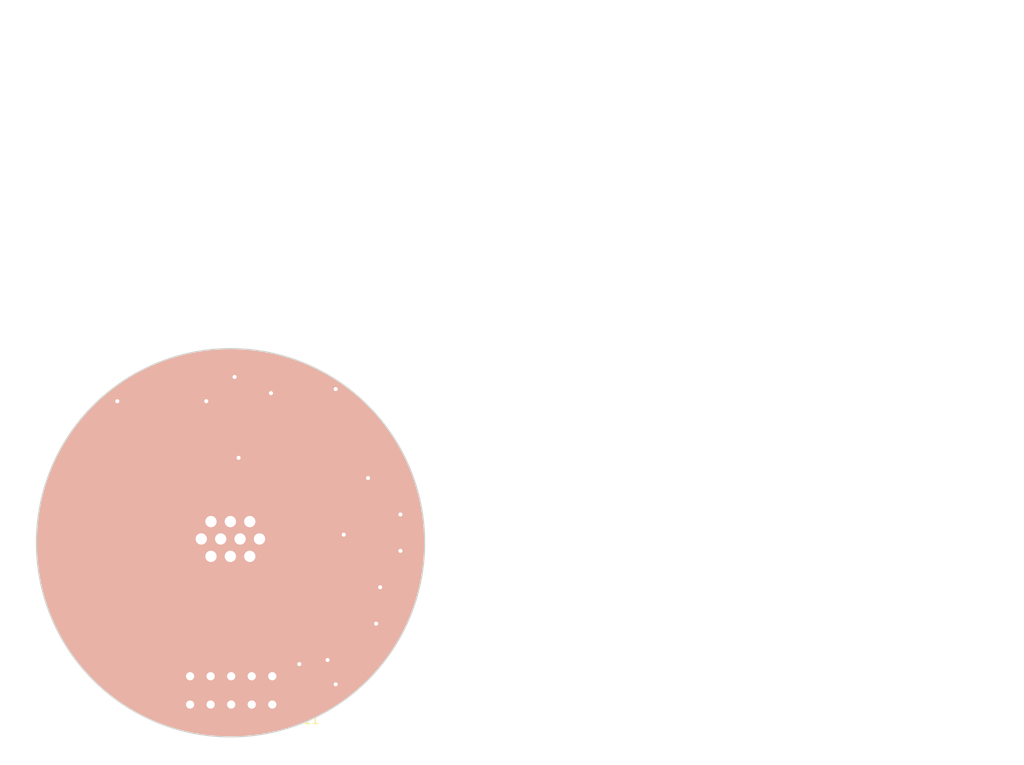
<source format=kicad_pcb>
(kicad_pcb (version 4) (host pcbnew "(2015-09-03 BZR 6154, Git 4636d8d)-product")

  (general
    (links 54)
    (no_connects 1)
    (area 56.924999 96.924999 105.075001 145.075001)
    (thickness 1.6)
    (drawings 2)
    (tracks 156)
    (zones 0)
    (modules 28)
    (nets 23)
  )

  (page A4)
  (layers
    (0 F.Cu signal)
    (31 B.Cu signal)
    (32 B.Adhes user)
    (33 F.Adhes user)
    (34 B.Paste user)
    (35 F.Paste user)
    (36 B.SilkS user)
    (37 F.SilkS user)
    (38 B.Mask user)
    (39 F.Mask user)
    (40 Dwgs.User user)
    (41 Cmts.User user)
    (42 Eco1.User user)
    (43 Eco2.User user)
    (44 Edge.Cuts user)
    (45 Margin user)
    (46 B.CrtYd user)
    (47 F.CrtYd user)
    (48 B.Fab user)
    (49 F.Fab user)
  )

  (setup
    (last_trace_width 0.5)
    (user_trace_width 0.3)
    (user_trace_width 0.4)
    (user_trace_width 0.5)
    (trace_clearance 0.25)
    (zone_clearance 0.3)
    (zone_45_only no)
    (trace_min 0.25)
    (segment_width 0.2)
    (edge_width 0.15)
    (via_size 0.6)
    (via_drill 0.4)
    (via_min_size 0.4)
    (via_min_drill 0.3)
    (user_via 0.8 0.4)
    (user_via 1 0.5)
    (user_via 1.2 0.5)
    (uvia_size 0.3)
    (uvia_drill 0.1)
    (uvias_allowed no)
    (uvia_min_size 0.2)
    (uvia_min_drill 0.1)
    (pcb_text_width 0.3)
    (pcb_text_size 1.5 1.5)
    (mod_edge_width 0.15)
    (mod_text_size 1 1)
    (mod_text_width 0.15)
    (pad_size 2 2)
    (pad_drill 1.00076)
    (pad_to_mask_clearance 0.2)
    (aux_axis_origin 0 0)
    (visible_elements 7FFFFFFF)
    (pcbplotparams
      (layerselection 0x00030_80000001)
      (usegerberextensions false)
      (excludeedgelayer true)
      (linewidth 0.100000)
      (plotframeref false)
      (viasonmask false)
      (mode 1)
      (useauxorigin false)
      (hpglpennumber 1)
      (hpglpenspeed 20)
      (hpglpendiameter 15)
      (hpglpenoverlay 2)
      (psnegative false)
      (psa4output false)
      (plotreference true)
      (plotvalue true)
      (plotinvisibletext false)
      (padsonsilk false)
      (subtractmaskfromsilk false)
      (outputformat 1)
      (mirror false)
      (drillshape 1)
      (scaleselection 1)
      (outputdirectory ""))
  )

  (net 0 "")
  (net 1 GND)
  (net 2 +5V)
  (net 3 "Net-(C1-Pad1)")
  (net 4 2.5v)
  (net 5 "Net-(C3-Pad1)")
  (net 6 PIN_VS)
  (net 7 "Net-(C4-Pad2)")
  (net 8 "Net-(R2-Pad1)")
  (net 9 "Net-(R5-Pad1)")
  (net 10 IP)
  (net 11 PIN_IPA)
  (net 12 RCAL)
  (net 13 OUT_NARROWBAND)
  (net 14 OUT_LINEAR)
  (net 15 POUT_WIDE)
  (net 16 POUT_IP)
  (net 17 POUT_NARROW)
  (net 18 POUT_VS)
  (net 19 "Net-(C5-Pad1)")
  (net 20 "Net-(C6-Pad2)")
  (net 21 "Net-(C7-Pad2)")
  (net 22 "Net-(C8-Pad1)")

  (net_class Default "Ceci est la Netclass par défaut"
    (clearance 0.25)
    (trace_width 0.25)
    (via_dia 0.6)
    (via_drill 0.4)
    (uvia_dia 0.3)
    (uvia_drill 0.1)
    (add_net +5V)
    (add_net 2.5v)
    (add_net GND)
    (add_net IP)
    (add_net "Net-(C1-Pad1)")
    (add_net "Net-(C3-Pad1)")
    (add_net "Net-(C4-Pad2)")
    (add_net "Net-(C5-Pad1)")
    (add_net "Net-(C6-Pad2)")
    (add_net "Net-(C7-Pad2)")
    (add_net "Net-(C8-Pad1)")
    (add_net "Net-(R2-Pad1)")
    (add_net "Net-(R5-Pad1)")
    (add_net OUT_LINEAR)
    (add_net OUT_NARROWBAND)
    (add_net PIN_IPA)
    (add_net PIN_VS)
    (add_net POUT_IP)
    (add_net POUT_NARROW)
    (add_net POUT_VS)
    (add_net POUT_WIDE)
    (add_net RCAL)
  )

  (module Barrettes:Pin_Header_Straight_1x05 (layer F.Cu) (tedit 54EA0684) (tstamp 55F805BB)
    (at 76 141 90)
    (descr "Through hole pin header")
    (tags "pin header")
    (path /55FBF5A3)
    (fp_text reference P1 (at 0 -5.1 90) (layer F.SilkS)
      (effects (font (size 1 1) (thickness 0.15)))
    )
    (fp_text value CONN_01X05 (at 0 -3.1 90) (layer F.Fab)
      (effects (font (size 1 1) (thickness 0.15)))
    )
    (fp_line (start -1.55 0) (end -1.55 -1.55) (layer F.SilkS) (width 0.15))
    (fp_line (start -1.55 -1.55) (end 1.55 -1.55) (layer F.SilkS) (width 0.15))
    (fp_line (start 1.55 -1.55) (end 1.55 0) (layer F.SilkS) (width 0.15))
    (fp_line (start -1.75 -1.75) (end -1.75 11.95) (layer F.CrtYd) (width 0.05))
    (fp_line (start 1.75 -1.75) (end 1.75 11.95) (layer F.CrtYd) (width 0.05))
    (fp_line (start -1.75 -1.75) (end 1.75 -1.75) (layer F.CrtYd) (width 0.05))
    (fp_line (start -1.75 11.95) (end 1.75 11.95) (layer F.CrtYd) (width 0.05))
    (fp_line (start 1.27 1.27) (end 1.27 11.43) (layer F.SilkS) (width 0.15))
    (fp_line (start 1.27 11.43) (end -1.27 11.43) (layer F.SilkS) (width 0.15))
    (fp_line (start -1.27 11.43) (end -1.27 1.27) (layer F.SilkS) (width 0.15))
    (fp_line (start 1.27 1.27) (end -1.27 1.27) (layer F.SilkS) (width 0.15))
    (pad 1 thru_hole rect (at 0 0 90) (size 2.032 1.7272) (drill 1.016) (layers *.Cu *.Mask F.SilkS))
    (pad 2 thru_hole oval (at 0 2.54 90) (size 2.032 1.7272) (drill 1.016) (layers *.Cu *.Mask F.SilkS))
    (pad 3 thru_hole oval (at 0 5.08 90) (size 2.032 1.7272) (drill 1.016) (layers *.Cu *.Mask F.SilkS))
    (pad 4 thru_hole oval (at 0 7.62 90) (size 2.032 1.7272) (drill 1.016) (layers *.Cu *.Mask F.SilkS))
    (pad 5 thru_hole oval (at 0 10.16 90) (size 2.032 1.7272) (drill 1.016) (layers *.Cu *.Mask F.SilkS)
      (net 2 +5V))
    (model Connecteurs/Barrettes/Barrettes.pretty/3dPackage/Pin_Header_Straight_1x05.wrl
      (at (xyz 0 -0.2 0))
      (scale (xyz 1 1 1))
      (rotate (xyz 0 0 90))
    )
  )

  (module Barrettes:Pin_Header_Straight_1x05 (layer F.Cu) (tedit 54EA0684) (tstamp 55FAB0A1)
    (at 76 137.5 90)
    (descr "Through hole pin header")
    (tags "pin header")
    (path /55FBF5F9)
    (fp_text reference P2 (at 0 -5.1 90) (layer F.SilkS)
      (effects (font (size 1 1) (thickness 0.15)))
    )
    (fp_text value CONN_01X05 (at 0 -3.1 90) (layer F.Fab)
      (effects (font (size 1 1) (thickness 0.15)))
    )
    (fp_line (start -1.55 0) (end -1.55 -1.55) (layer F.SilkS) (width 0.15))
    (fp_line (start -1.55 -1.55) (end 1.55 -1.55) (layer F.SilkS) (width 0.15))
    (fp_line (start 1.55 -1.55) (end 1.55 0) (layer F.SilkS) (width 0.15))
    (fp_line (start -1.75 -1.75) (end -1.75 11.95) (layer F.CrtYd) (width 0.05))
    (fp_line (start 1.75 -1.75) (end 1.75 11.95) (layer F.CrtYd) (width 0.05))
    (fp_line (start -1.75 -1.75) (end 1.75 -1.75) (layer F.CrtYd) (width 0.05))
    (fp_line (start -1.75 11.95) (end 1.75 11.95) (layer F.CrtYd) (width 0.05))
    (fp_line (start 1.27 1.27) (end 1.27 11.43) (layer F.SilkS) (width 0.15))
    (fp_line (start 1.27 11.43) (end -1.27 11.43) (layer F.SilkS) (width 0.15))
    (fp_line (start -1.27 11.43) (end -1.27 1.27) (layer F.SilkS) (width 0.15))
    (fp_line (start 1.27 1.27) (end -1.27 1.27) (layer F.SilkS) (width 0.15))
    (pad 1 thru_hole rect (at 0 0 90) (size 2.032 1.7272) (drill 1.016) (layers *.Cu *.Mask F.SilkS))
    (pad 2 thru_hole oval (at 0 2.54 90) (size 2.032 1.7272) (drill 1.016) (layers *.Cu *.Mask F.SilkS))
    (pad 3 thru_hole oval (at 0 5.08 90) (size 2.032 1.7272) (drill 1.016) (layers *.Cu *.Mask F.SilkS))
    (pad 4 thru_hole oval (at 0 7.62 90) (size 2.032 1.7272) (drill 1.016) (layers *.Cu *.Mask F.SilkS))
    (pad 5 thru_hole oval (at 0 10.16 90) (size 2.032 1.7272) (drill 1.016) (layers *.Cu *.Mask F.SilkS))
    (model Connecteurs/Barrettes/Barrettes.pretty/3dPackage/Pin_Header_Straight_1x05.wrl
      (at (xyz 0 -0.2 0))
      (scale (xyz 1 1 1))
      (rotate (xyz 0 0 90))
    )
  )

  (module resistances:R_0603_HandSoldering (layer F.Cu) (tedit 5418A00F) (tstamp 55FAB999)
    (at 96.5 106 90)
    (descr "Resistor SMD 0603, hand soldering")
    (tags "resistor 0603")
    (path /55FAC7CC/55FAD732)
    (attr smd)
    (fp_text reference R1 (at 0 -1.9 90) (layer F.SilkS)
      (effects (font (size 1 1) (thickness 0.15)))
    )
    (fp_text value 470k (at 0 1.9 90) (layer F.Fab)
      (effects (font (size 1 1) (thickness 0.15)))
    )
    (fp_line (start -2 -0.8) (end 2 -0.8) (layer F.CrtYd) (width 0.05))
    (fp_line (start -2 0.8) (end 2 0.8) (layer F.CrtYd) (width 0.05))
    (fp_line (start -2 -0.8) (end -2 0.8) (layer F.CrtYd) (width 0.05))
    (fp_line (start 2 -0.8) (end 2 0.8) (layer F.CrtYd) (width 0.05))
    (fp_line (start 0.5 0.675) (end -0.5 0.675) (layer F.SilkS) (width 0.15))
    (fp_line (start -0.5 -0.675) (end 0.5 -0.675) (layer F.SilkS) (width 0.15))
    (pad 1 smd rect (at -1.1 0 90) (size 1.2 0.9) (layers F.Cu F.Paste F.Mask)
      (net 3 "Net-(C1-Pad1)"))
    (pad 2 smd rect (at 1.1 0 90) (size 1.2 0.9) (layers F.Cu F.Paste F.Mask)
      (net 15 POUT_WIDE))
    (model resistances/resistances.pretty/3dpackage/R_0603_HandSoldering.wrl
      (at (xyz 0 0 0))
      (scale (xyz 1 1 1))
      (rotate (xyz 0 0 0))
    )
  )

  (module condensateurs:C_0603_HandSoldering (layer F.Cu) (tedit 541A9B4D) (tstamp 55FBF714)
    (at 91 110 180)
    (descr "Capacitor SMD 0603, hand soldering")
    (tags "capacitor 0603")
    (path /55FAC7CC/55FAD7F6)
    (attr smd)
    (fp_text reference C1 (at 0 -1.9 180) (layer F.SilkS)
      (effects (font (size 1 1) (thickness 0.15)))
    )
    (fp_text value 10nF (at 0 1.9 180) (layer F.Fab)
      (effects (font (size 1 1) (thickness 0.15)))
    )
    (fp_line (start -1.85 -0.75) (end 1.85 -0.75) (layer F.CrtYd) (width 0.05))
    (fp_line (start -1.85 0.75) (end 1.85 0.75) (layer F.CrtYd) (width 0.05))
    (fp_line (start -1.85 -0.75) (end -1.85 0.75) (layer F.CrtYd) (width 0.05))
    (fp_line (start 1.85 -0.75) (end 1.85 0.75) (layer F.CrtYd) (width 0.05))
    (fp_line (start -0.35 -0.6) (end 0.35 -0.6) (layer F.SilkS) (width 0.15))
    (fp_line (start 0.35 0.6) (end -0.35 0.6) (layer F.SilkS) (width 0.15))
    (pad 1 smd rect (at -0.95 0 180) (size 1.2 0.75) (layers F.Cu F.Paste F.Mask)
      (net 3 "Net-(C1-Pad1)"))
    (pad 2 smd rect (at 0.95 0 180) (size 1.2 0.75) (layers F.Cu F.Paste F.Mask)
      (net 1 GND))
    (model Condensateurs/condensateurs.pretty/3dPackage/C_0603_HandSoldering.wrl
      (at (xyz 0 0 0))
      (scale (xyz 1 1 1))
      (rotate (xyz 0 0 0))
    )
  )

  (module condensateurs:C_0603_HandSoldering (layer F.Cu) (tedit 541A9B4D) (tstamp 55FBF720)
    (at 91 102)
    (descr "Capacitor SMD 0603, hand soldering")
    (tags "capacitor 0603")
    (path /55FAC7CC/55FAD506)
    (attr smd)
    (fp_text reference C2 (at 0 -1.9) (layer F.SilkS)
      (effects (font (size 1 1) (thickness 0.15)))
    )
    (fp_text value 100nF (at 0 1.9) (layer F.Fab)
      (effects (font (size 1 1) (thickness 0.15)))
    )
    (fp_line (start -1.85 -0.75) (end 1.85 -0.75) (layer F.CrtYd) (width 0.05))
    (fp_line (start -1.85 0.75) (end 1.85 0.75) (layer F.CrtYd) (width 0.05))
    (fp_line (start -1.85 -0.75) (end -1.85 0.75) (layer F.CrtYd) (width 0.05))
    (fp_line (start 1.85 -0.75) (end 1.85 0.75) (layer F.CrtYd) (width 0.05))
    (fp_line (start -0.35 -0.6) (end 0.35 -0.6) (layer F.SilkS) (width 0.15))
    (fp_line (start 0.35 0.6) (end -0.35 0.6) (layer F.SilkS) (width 0.15))
    (pad 1 smd rect (at -0.95 0) (size 1.2 0.75) (layers F.Cu F.Paste F.Mask)
      (net 4 2.5v))
    (pad 2 smd rect (at 0.95 0) (size 1.2 0.75) (layers F.Cu F.Paste F.Mask)
      (net 1 GND))
    (model Condensateurs/condensateurs.pretty/3dPackage/C_0603_HandSoldering.wrl
      (at (xyz 0 0 0))
      (scale (xyz 1 1 1))
      (rotate (xyz 0 0 0))
    )
  )

  (module condensateurs:C_0603_HandSoldering (layer F.Cu) (tedit 541A9B4D) (tstamp 55FBF72C)
    (at 72.5 110 180)
    (descr "Capacitor SMD 0603, hand soldering")
    (tags "capacitor 0603")
    (path /55FBEC71/55FBEF38)
    (attr smd)
    (fp_text reference C3 (at 0 -1.9 180) (layer F.SilkS)
      (effects (font (size 1 1) (thickness 0.15)))
    )
    (fp_text value 10nF (at 0 1.9 180) (layer F.Fab)
      (effects (font (size 1 1) (thickness 0.15)))
    )
    (fp_line (start -1.85 -0.75) (end 1.85 -0.75) (layer F.CrtYd) (width 0.05))
    (fp_line (start -1.85 0.75) (end 1.85 0.75) (layer F.CrtYd) (width 0.05))
    (fp_line (start -1.85 -0.75) (end -1.85 0.75) (layer F.CrtYd) (width 0.05))
    (fp_line (start 1.85 -0.75) (end 1.85 0.75) (layer F.CrtYd) (width 0.05))
    (fp_line (start -0.35 -0.6) (end 0.35 -0.6) (layer F.SilkS) (width 0.15))
    (fp_line (start 0.35 0.6) (end -0.35 0.6) (layer F.SilkS) (width 0.15))
    (pad 1 smd rect (at -0.95 0 180) (size 1.2 0.75) (layers F.Cu F.Paste F.Mask)
      (net 5 "Net-(C3-Pad1)"))
    (pad 2 smd rect (at 0.95 0 180) (size 1.2 0.75) (layers F.Cu F.Paste F.Mask)
      (net 1 GND))
    (model Condensateurs/condensateurs.pretty/3dPackage/C_0603_HandSoldering.wrl
      (at (xyz 0 0 0))
      (scale (xyz 1 1 1))
      (rotate (xyz 0 0 0))
    )
  )

  (module condensateurs:C_0603_HandSoldering (layer F.Cu) (tedit 541A9B4D) (tstamp 55FBF738)
    (at 97.5 122.5 90)
    (descr "Capacitor SMD 0603, hand soldering")
    (tags "capacitor 0603")
    (path /55FBF4E6/55FBF98A)
    (attr smd)
    (fp_text reference C4 (at 0 -1.9 90) (layer F.SilkS)
      (effects (font (size 1 1) (thickness 0.15)))
    )
    (fp_text value 100nF (at 0 1.9 90) (layer F.Fab)
      (effects (font (size 1 1) (thickness 0.15)))
    )
    (fp_line (start -1.85 -0.75) (end 1.85 -0.75) (layer F.CrtYd) (width 0.05))
    (fp_line (start -1.85 0.75) (end 1.85 0.75) (layer F.CrtYd) (width 0.05))
    (fp_line (start -1.85 -0.75) (end -1.85 0.75) (layer F.CrtYd) (width 0.05))
    (fp_line (start 1.85 -0.75) (end 1.85 0.75) (layer F.CrtYd) (width 0.05))
    (fp_line (start -0.35 -0.6) (end 0.35 -0.6) (layer F.SilkS) (width 0.15))
    (fp_line (start 0.35 0.6) (end -0.35 0.6) (layer F.SilkS) (width 0.15))
    (pad 1 smd rect (at -0.95 0 90) (size 1.2 0.75) (layers F.Cu F.Paste F.Mask)
      (net 6 PIN_VS))
    (pad 2 smd rect (at 0.95 0 90) (size 1.2 0.75) (layers F.Cu F.Paste F.Mask)
      (net 7 "Net-(C4-Pad2)"))
    (model Condensateurs/condensateurs.pretty/3dPackage/C_0603_HandSoldering.wrl
      (at (xyz 0 0 0))
      (scale (xyz 1 1 1))
      (rotate (xyz 0 0 0))
    )
  )

  (module resistances:R_0603_HandSoldering (layer F.Cu) (tedit 5418A00F) (tstamp 55FBF744)
    (at 84.5 104.5 180)
    (descr "Resistor SMD 0603, hand soldering")
    (tags "resistor 0603")
    (path /55FAC7CC/55FAD30D)
    (attr smd)
    (fp_text reference R2 (at 0 -1.9 180) (layer F.SilkS)
      (effects (font (size 1 1) (thickness 0.15)))
    )
    (fp_text value 1.2k (at 0 1.9 180) (layer F.Fab)
      (effects (font (size 1 1) (thickness 0.15)))
    )
    (fp_line (start -2 -0.8) (end 2 -0.8) (layer F.CrtYd) (width 0.05))
    (fp_line (start -2 0.8) (end 2 0.8) (layer F.CrtYd) (width 0.05))
    (fp_line (start -2 -0.8) (end -2 0.8) (layer F.CrtYd) (width 0.05))
    (fp_line (start 2 -0.8) (end 2 0.8) (layer F.CrtYd) (width 0.05))
    (fp_line (start 0.5 0.675) (end -0.5 0.675) (layer F.SilkS) (width 0.15))
    (fp_line (start -0.5 -0.675) (end 0.5 -0.675) (layer F.SilkS) (width 0.15))
    (pad 1 smd rect (at -1.1 0 180) (size 1.2 0.9) (layers F.Cu F.Paste F.Mask)
      (net 8 "Net-(R2-Pad1)"))
    (pad 2 smd rect (at 1.1 0 180) (size 1.2 0.9) (layers F.Cu F.Paste F.Mask)
      (net 1 GND))
    (model resistances/resistances.pretty/3dpackage/R_0603_HandSoldering.wrl
      (at (xyz 0 0 0))
      (scale (xyz 1 1 1))
      (rotate (xyz 0 0 0))
    )
  )

  (module resistances:R_0603_HandSoldering (layer F.Cu) (tedit 5418A00F) (tstamp 55FBF750)
    (at 84.5 106.5)
    (descr "Resistor SMD 0603, hand soldering")
    (tags "resistor 0603")
    (path /55FAC7CC/55FAD28F)
    (attr smd)
    (fp_text reference R3 (at 0 -1.9) (layer F.SilkS)
      (effects (font (size 1 1) (thickness 0.15)))
    )
    (fp_text value 1.2k (at 0 1.9) (layer F.Fab)
      (effects (font (size 1 1) (thickness 0.15)))
    )
    (fp_line (start -2 -0.8) (end 2 -0.8) (layer F.CrtYd) (width 0.05))
    (fp_line (start -2 0.8) (end 2 0.8) (layer F.CrtYd) (width 0.05))
    (fp_line (start -2 -0.8) (end -2 0.8) (layer F.CrtYd) (width 0.05))
    (fp_line (start 2 -0.8) (end 2 0.8) (layer F.CrtYd) (width 0.05))
    (fp_line (start 0.5 0.675) (end -0.5 0.675) (layer F.SilkS) (width 0.15))
    (fp_line (start -0.5 -0.675) (end 0.5 -0.675) (layer F.SilkS) (width 0.15))
    (pad 1 smd rect (at -1.1 0) (size 1.2 0.9) (layers F.Cu F.Paste F.Mask)
      (net 2 +5V))
    (pad 2 smd rect (at 1.1 0) (size 1.2 0.9) (layers F.Cu F.Paste F.Mask)
      (net 8 "Net-(R2-Pad1)"))
    (model resistances/resistances.pretty/3dpackage/R_0603_HandSoldering.wrl
      (at (xyz 0 0 0))
      (scale (xyz 1 1 1))
      (rotate (xyz 0 0 0))
    )
  )

  (module resistances:R_0603_HandSoldering (layer F.Cu) (tedit 5418A00F) (tstamp 55FBF75C)
    (at 78.5 107.5)
    (descr "Resistor SMD 0603, hand soldering")
    (tags "resistor 0603")
    (path /55FBEC71/55FBEEDF)
    (attr smd)
    (fp_text reference R4 (at 0 -1.9) (layer F.SilkS)
      (effects (font (size 1 1) (thickness 0.15)))
    )
    (fp_text value 470k (at 0 1.9) (layer F.Fab)
      (effects (font (size 1 1) (thickness 0.15)))
    )
    (fp_line (start -2 -0.8) (end 2 -0.8) (layer F.CrtYd) (width 0.05))
    (fp_line (start -2 0.8) (end 2 0.8) (layer F.CrtYd) (width 0.05))
    (fp_line (start -2 -0.8) (end -2 0.8) (layer F.CrtYd) (width 0.05))
    (fp_line (start 2 -0.8) (end 2 0.8) (layer F.CrtYd) (width 0.05))
    (fp_line (start 0.5 0.675) (end -0.5 0.675) (layer F.SilkS) (width 0.15))
    (fp_line (start -0.5 -0.675) (end 0.5 -0.675) (layer F.SilkS) (width 0.15))
    (pad 1 smd rect (at -1.1 0) (size 1.2 0.9) (layers F.Cu F.Paste F.Mask)
      (net 5 "Net-(C3-Pad1)"))
    (pad 2 smd rect (at 1.1 0) (size 1.2 0.9) (layers F.Cu F.Paste F.Mask)
      (net 16 POUT_IP))
    (model resistances/resistances.pretty/3dpackage/R_0603_HandSoldering.wrl
      (at (xyz 0 0 0))
      (scale (xyz 1 1 1))
      (rotate (xyz 0 0 0))
    )
  )

  (module resistances:R_0603_HandSoldering (layer F.Cu) (tedit 5418A00F) (tstamp 55FBF768)
    (at 74.5 102)
    (descr "Resistor SMD 0603, hand soldering")
    (tags "resistor 0603")
    (path /55FBEC71/55FBF198)
    (attr smd)
    (fp_text reference R5 (at 0 -1.9) (layer F.SilkS)
      (effects (font (size 1 1) (thickness 0.15)))
    )
    (fp_text value 22k (at 0 1.9) (layer F.Fab)
      (effects (font (size 1 1) (thickness 0.15)))
    )
    (fp_line (start -2 -0.8) (end 2 -0.8) (layer F.CrtYd) (width 0.05))
    (fp_line (start -2 0.8) (end 2 0.8) (layer F.CrtYd) (width 0.05))
    (fp_line (start -2 -0.8) (end -2 0.8) (layer F.CrtYd) (width 0.05))
    (fp_line (start 2 -0.8) (end 2 0.8) (layer F.CrtYd) (width 0.05))
    (fp_line (start 0.5 0.675) (end -0.5 0.675) (layer F.SilkS) (width 0.15))
    (fp_line (start -0.5 -0.675) (end 0.5 -0.675) (layer F.SilkS) (width 0.15))
    (pad 1 smd rect (at -1.1 0) (size 1.2 0.9) (layers F.Cu F.Paste F.Mask)
      (net 9 "Net-(R5-Pad1)"))
    (pad 2 smd rect (at 1.1 0) (size 1.2 0.9) (layers F.Cu F.Paste F.Mask)
      (net 10 IP))
    (model resistances/resistances.pretty/3dpackage/R_0603_HandSoldering.wrl
      (at (xyz 0 0 0))
      (scale (xyz 1 1 1))
      (rotate (xyz 0 0 0))
    )
  )

  (module resistances:R_0603_HandSoldering (layer F.Cu) (tedit 5418A00F) (tstamp 55FBF774)
    (at 70.5 102 180)
    (descr "Resistor SMD 0603, hand soldering")
    (tags "resistor 0603")
    (path /55FBEC71/55FBF0FD)
    (attr smd)
    (fp_text reference R6 (at 0 -1.9 180) (layer F.SilkS)
      (effects (font (size 1 1) (thickness 0.15)))
    )
    (fp_text value 330k (at 0 1.9 180) (layer F.Fab)
      (effects (font (size 1 1) (thickness 0.15)))
    )
    (fp_line (start -2 -0.8) (end 2 -0.8) (layer F.CrtYd) (width 0.05))
    (fp_line (start -2 0.8) (end 2 0.8) (layer F.CrtYd) (width 0.05))
    (fp_line (start -2 -0.8) (end -2 0.8) (layer F.CrtYd) (width 0.05))
    (fp_line (start 2 -0.8) (end 2 0.8) (layer F.CrtYd) (width 0.05))
    (fp_line (start 0.5 0.675) (end -0.5 0.675) (layer F.SilkS) (width 0.15))
    (fp_line (start -0.5 -0.675) (end 0.5 -0.675) (layer F.SilkS) (width 0.15))
    (pad 1 smd rect (at -1.1 0 180) (size 1.2 0.9) (layers F.Cu F.Paste F.Mask)
      (net 9 "Net-(R5-Pad1)"))
    (pad 2 smd rect (at 1.1 0 180) (size 1.2 0.9) (layers F.Cu F.Paste F.Mask)
      (net 11 PIN_IPA))
    (model resistances/resistances.pretty/3dpackage/R_0603_HandSoldering.wrl
      (at (xyz 0 0 0))
      (scale (xyz 1 1 1))
      (rotate (xyz 0 0 0))
    )
  )

  (module resistances:R_0603_HandSoldering (layer F.Cu) (tedit 5600F4A1) (tstamp 55FBF780)
    (at 78.5 105.5 180)
    (descr "Resistor SMD 0603, hand soldering")
    (tags "resistor 0603")
    (path /55FBEC71/55FBED95)
    (attr smd)
    (fp_text reference R7 (at 0 -4 180) (layer F.SilkS)
      (effects (font (size 1 1) (thickness 0.15)))
    )
    (fp_text value 62 (at 0 1.9 180) (layer F.Fab)
      (effects (font (size 1 1) (thickness 0.15)))
    )
    (fp_line (start -2 -0.8) (end 2 -0.8) (layer F.CrtYd) (width 0.05))
    (fp_line (start -2 0.8) (end 2 0.8) (layer F.CrtYd) (width 0.05))
    (fp_line (start -2 -0.8) (end -2 0.8) (layer F.CrtYd) (width 0.05))
    (fp_line (start 2 -0.8) (end 2 0.8) (layer F.CrtYd) (width 0.05))
    (fp_line (start 0.5 0.675) (end -0.5 0.675) (layer F.SilkS) (width 0.15))
    (fp_line (start -0.5 -0.675) (end 0.5 -0.675) (layer F.SilkS) (width 0.15))
    (pad 1 smd rect (at -1.1 0 180) (size 1.2 0.9) (layers F.Cu F.Paste F.Mask)
      (net 10 IP))
    (pad 2 smd rect (at 1.1 0 180) (size 1.2 0.9) (layers F.Cu F.Paste F.Mask)
      (net 12 RCAL))
    (model resistances/resistances.pretty/3dpackage/R_0603_HandSoldering.wrl
      (at (xyz 0 0 0))
      (scale (xyz 1 1 1))
      (rotate (xyz 0 0 0))
    )
  )

  (module resistances:R_0603_HandSoldering (layer F.Cu) (tedit 5418A00F) (tstamp 55FBF78C)
    (at 89.5 120.5 90)
    (descr "Resistor SMD 0603, hand soldering")
    (tags "resistor 0603")
    (path /55FBF4E6/55FBF4EF)
    (attr smd)
    (fp_text reference R8 (at 0 -1.9 90) (layer F.SilkS)
      (effects (font (size 1 1) (thickness 0.15)))
    )
    (fp_text value 47k (at 0 1.9 90) (layer F.Fab)
      (effects (font (size 1 1) (thickness 0.15)))
    )
    (fp_line (start -2 -0.8) (end 2 -0.8) (layer F.CrtYd) (width 0.05))
    (fp_line (start -2 0.8) (end 2 0.8) (layer F.CrtYd) (width 0.05))
    (fp_line (start -2 -0.8) (end -2 0.8) (layer F.CrtYd) (width 0.05))
    (fp_line (start 2 -0.8) (end 2 0.8) (layer F.CrtYd) (width 0.05))
    (fp_line (start 0.5 0.675) (end -0.5 0.675) (layer F.SilkS) (width 0.15))
    (fp_line (start -0.5 -0.675) (end 0.5 -0.675) (layer F.SilkS) (width 0.15))
    (pad 1 smd rect (at -1.1 0 90) (size 1.2 0.9) (layers F.Cu F.Paste F.Mask)
      (net 17 POUT_NARROW))
    (pad 2 smd rect (at 1.1 0 90) (size 1.2 0.9) (layers F.Cu F.Paste F.Mask)
      (net 13 OUT_NARROWBAND))
    (model resistances/resistances.pretty/3dpackage/R_0603_HandSoldering.wrl
      (at (xyz 0 0 0))
      (scale (xyz 1 1 1))
      (rotate (xyz 0 0 0))
    )
  )

  (module resistances:R_0603_HandSoldering (layer F.Cu) (tedit 5418A00F) (tstamp 55FBF798)
    (at 89.5 116 90)
    (descr "Resistor SMD 0603, hand soldering")
    (tags "resistor 0603")
    (path /55FBF4E6/55FBF55A)
    (attr smd)
    (fp_text reference R9 (at 0 -1.9 90) (layer F.SilkS)
      (effects (font (size 1 1) (thickness 0.15)))
    )
    (fp_text value 10k (at 0 1.9 90) (layer F.Fab)
      (effects (font (size 1 1) (thickness 0.15)))
    )
    (fp_line (start -2 -0.8) (end 2 -0.8) (layer F.CrtYd) (width 0.05))
    (fp_line (start -2 0.8) (end 2 0.8) (layer F.CrtYd) (width 0.05))
    (fp_line (start -2 -0.8) (end -2 0.8) (layer F.CrtYd) (width 0.05))
    (fp_line (start 2 -0.8) (end 2 0.8) (layer F.CrtYd) (width 0.05))
    (fp_line (start 0.5 0.675) (end -0.5 0.675) (layer F.SilkS) (width 0.15))
    (fp_line (start -0.5 -0.675) (end 0.5 -0.675) (layer F.SilkS) (width 0.15))
    (pad 1 smd rect (at -1.1 0 90) (size 1.2 0.9) (layers F.Cu F.Paste F.Mask)
      (net 13 OUT_NARROWBAND))
    (pad 2 smd rect (at 1.1 0 90) (size 1.2 0.9) (layers F.Cu F.Paste F.Mask)
      (net 1 GND))
    (model resistances/resistances.pretty/3dpackage/R_0603_HandSoldering.wrl
      (at (xyz 0 0 0))
      (scale (xyz 1 1 1))
      (rotate (xyz 0 0 0))
    )
  )

  (module resistances:R_0603_HandSoldering (layer F.Cu) (tedit 5418A00F) (tstamp 55FBF7A4)
    (at 90.5 139)
    (descr "Resistor SMD 0603, hand soldering")
    (tags "resistor 0603")
    (path /55FBF4E6/55FBF782)
    (attr smd)
    (fp_text reference R10 (at 0 -1.9) (layer F.SilkS)
      (effects (font (size 1 1) (thickness 0.15)))
    )
    (fp_text value 10k (at 0 1.9) (layer F.Fab)
      (effects (font (size 1 1) (thickness 0.15)))
    )
    (fp_line (start -2 -0.8) (end 2 -0.8) (layer F.CrtYd) (width 0.05))
    (fp_line (start -2 0.8) (end 2 0.8) (layer F.CrtYd) (width 0.05))
    (fp_line (start -2 -0.8) (end -2 0.8) (layer F.CrtYd) (width 0.05))
    (fp_line (start 2 -0.8) (end 2 0.8) (layer F.CrtYd) (width 0.05))
    (fp_line (start 0.5 0.675) (end -0.5 0.675) (layer F.SilkS) (width 0.15))
    (fp_line (start -0.5 -0.675) (end 0.5 -0.675) (layer F.SilkS) (width 0.15))
    (pad 1 smd rect (at -1.1 0) (size 1.2 0.9) (layers F.Cu F.Paste F.Mask)
      (net 18 POUT_VS))
    (pad 2 smd rect (at 1.1 0) (size 1.2 0.9) (layers F.Cu F.Paste F.Mask)
      (net 7 "Net-(C4-Pad2)"))
    (model resistances/resistances.pretty/3dpackage/R_0603_HandSoldering.wrl
      (at (xyz 0 0 0))
      (scale (xyz 1 1 1))
      (rotate (xyz 0 0 0))
    )
  )

  (module resistances:R_0603_HandSoldering (layer F.Cu) (tedit 5418A00F) (tstamp 55FBF7B0)
    (at 90.5 141 180)
    (descr "Resistor SMD 0603, hand soldering")
    (tags "resistor 0603")
    (path /55FBF4E6/55FBF809)
    (attr smd)
    (fp_text reference R11 (at 0 -1.9 180) (layer F.SilkS)
      (effects (font (size 1 1) (thickness 0.15)))
    )
    (fp_text value 10k (at 0 1.9 180) (layer F.Fab)
      (effects (font (size 1 1) (thickness 0.15)))
    )
    (fp_line (start -2 -0.8) (end 2 -0.8) (layer F.CrtYd) (width 0.05))
    (fp_line (start -2 0.8) (end 2 0.8) (layer F.CrtYd) (width 0.05))
    (fp_line (start -2 -0.8) (end -2 0.8) (layer F.CrtYd) (width 0.05))
    (fp_line (start 2 -0.8) (end 2 0.8) (layer F.CrtYd) (width 0.05))
    (fp_line (start 0.5 0.675) (end -0.5 0.675) (layer F.SilkS) (width 0.15))
    (fp_line (start -0.5 -0.675) (end 0.5 -0.675) (layer F.SilkS) (width 0.15))
    (pad 1 smd rect (at -1.1 0 180) (size 1.2 0.9) (layers F.Cu F.Paste F.Mask)
      (net 7 "Net-(C4-Pad2)"))
    (pad 2 smd rect (at 1.1 0 180) (size 1.2 0.9) (layers F.Cu F.Paste F.Mask)
      (net 1 GND))
    (model resistances/resistances.pretty/3dpackage/R_0603_HandSoldering.wrl
      (at (xyz 0 0 0))
      (scale (xyz 1 1 1))
      (rotate (xyz 0 0 0))
    )
  )

  (module Amplificateur_Operationel:SOIC127P600X175-8N (layer F.Cu) (tedit 0) (tstamp 55FBF7BC)
    (at 91 106)
    (path /55FAC7CC/55FBAF48)
    (solder_mask_margin 0.1)
    (attr smd)
    (fp_text reference U1 (at -0.508 -4.4196) (layer F.SilkS)
      (effects (font (size 1.64 1.64) (thickness 0.05)))
    )
    (fp_text value TLV2252AID (at -0.5334 4.191) (layer F.SilkS)
      (effects (font (size 1.64 1.64) (thickness 0.05)))
    )
    (fp_line (start -1.3716 2.4892) (end 1.3716 2.4892) (layer F.SilkS) (width 0.1524))
    (fp_line (start 1.3716 -2.4892) (end 0.3048 -2.4892) (layer F.SilkS) (width 0.1524))
    (fp_line (start 0.3048 -2.4892) (end -0.3048 -2.4892) (layer F.SilkS) (width 0.1524))
    (fp_line (start -0.3048 -2.4892) (end -1.3716 -2.4892) (layer F.SilkS) (width 0.1524))
    (fp_arc (start 0 -2.4892) (end -0.3048 -2.4892) (angle -180) (layer F.SilkS) (width 0))
    (pad 1 smd rect (at -2.4638 -1.905) (size 1.9812 0.5588) (layers F.Cu F.Paste F.Mask)
      (net 4 2.5v) (solder_mask_margin 0.2))
    (pad 2 smd rect (at -2.4638 -0.635) (size 1.9812 0.5588) (layers F.Cu F.Paste F.Mask)
      (net 4 2.5v) (solder_mask_margin 0.2))
    (pad 3 smd rect (at -2.4638 0.635) (size 1.9812 0.5588) (layers F.Cu F.Paste F.Mask)
      (net 8 "Net-(R2-Pad1)") (solder_mask_margin 0.2))
    (pad 4 smd rect (at -2.4638 1.905) (size 1.9812 0.5588) (layers F.Cu F.Paste F.Mask)
      (net 1 GND) (solder_mask_margin 0.2))
    (pad 5 smd rect (at 2.4638 1.905) (size 1.9812 0.5588) (layers F.Cu F.Paste F.Mask)
      (net 3 "Net-(C1-Pad1)") (solder_mask_margin 0.2))
    (pad 6 smd rect (at 2.4638 0.635) (size 1.9812 0.5588) (layers F.Cu F.Paste F.Mask)
      (net 14 OUT_LINEAR) (solder_mask_margin 0.2))
    (pad 7 smd rect (at 2.4638 -0.635) (size 1.9812 0.5588) (layers F.Cu F.Paste F.Mask)
      (net 14 OUT_LINEAR) (solder_mask_margin 0.2))
    (pad 8 smd rect (at 2.4638 -1.905) (size 1.9812 0.5588) (layers F.Cu F.Paste F.Mask)
      (net 2 +5V) (solder_mask_margin 0.2))
    (model "Circuit Intégré/Amplificateur_Operationel/Amplificateur_Operationel.pretty/3dPackage/SOIC-8_3.9x4.9mm_Pitch1.27mm.wrl"
      (at (xyz 0 0 0))
      (scale (xyz 1 1 1))
      (rotate (xyz 0 0 0))
    )
  )

  (module atmel:TQFP32-0.8-7X7MM (layer F.Cu) (tedit 0) (tstamp 55FBF7E6)
    (at 92.5 129)
    (descr "<B>Thin Plasic Quad Flat Package</B> Grid 0.8 mm")
    (path /55FBB281/55FBB28A)
    (solder_mask_margin 0.1)
    (attr smd)
    (fp_text reference U2 (at -0.127 -5.5245) (layer F.SilkS)
      (effects (font (size 0.7 0.7) (thickness 0.05)))
    )
    (fp_text value "MCU-ATMEGA328P-AU(TQFP32)" (at 0.3175 0.1905) (layer F.SilkS)
      (effects (font (size 0.7 0.7) (thickness 0.05)))
    )
    (fp_line (start 3.505 -3.505) (end 3.505 3.505) (layer F.SilkS) (width 0.1524))
    (fp_line (start 3.505 3.505) (end -3.505 3.505) (layer F.SilkS) (width 0.1524))
    (fp_line (start -3.505 3.505) (end -3.505 -3.15) (layer F.SilkS) (width 0.1524))
    (fp_line (start -3.15 -3.505) (end 3.505 -3.505) (layer F.SilkS) (width 0.1524))
    (fp_line (start -3.15 -3.505) (end -3.505 -3.15) (layer F.SilkS) (width 0.1524))
    (fp_circle (center -3.937 -3.937) (end -3.556 -3.937) (layer F.SilkS) (width 0))
    (pad 1 smd rect (at -4.2926 -2.8) (size 1.27 0.5588) (layers F.Cu F.Paste F.Mask)
      (solder_mask_margin 0.2))
    (pad 2 smd rect (at -4.2926 -2) (size 1.27 0.5588) (layers F.Cu F.Paste F.Mask)
      (solder_mask_margin 0.2))
    (pad 3 smd rect (at -4.2926 -1.2) (size 1.27 0.5588) (layers F.Cu F.Paste F.Mask)
      (net 1 GND) (solder_mask_margin 0.2))
    (pad 4 smd rect (at -4.2926 -0.4) (size 1.27 0.5588) (layers F.Cu F.Paste F.Mask)
      (net 2 +5V) (solder_mask_margin 0.2))
    (pad 5 smd rect (at -4.2926 0.4) (size 1.27 0.5588) (layers F.Cu F.Paste F.Mask)
      (net 1 GND) (solder_mask_margin 0.2))
    (pad 6 smd rect (at -4.2926 1.2) (size 1.27 0.5588) (layers F.Cu F.Paste F.Mask)
      (net 2 +5V) (solder_mask_margin 0.2))
    (pad 7 smd rect (at -4.2926 2) (size 1.27 0.5588) (layers F.Cu F.Paste F.Mask)
      (net 21 "Net-(C7-Pad2)") (solder_mask_margin 0.2))
    (pad 8 smd rect (at -4.2926 2.8) (size 1.27 0.5588) (layers F.Cu F.Paste F.Mask)
      (net 20 "Net-(C6-Pad2)") (solder_mask_margin 0.2))
    (pad 9 smd rect (at -2.8 4.2926) (size 0.5588 1.27) (layers F.Cu F.Paste F.Mask)
      (solder_mask_margin 0.2))
    (pad 10 smd rect (at -2 4.2926) (size 0.5588 1.27) (layers F.Cu F.Paste F.Mask)
      (net 16 POUT_IP) (solder_mask_margin 0.2))
    (pad 11 smd rect (at -1.2 4.2926) (size 0.5588 1.27) (layers F.Cu F.Paste F.Mask)
      (net 18 POUT_VS) (solder_mask_margin 0.2))
    (pad 12 smd rect (at -0.4 4.2926) (size 0.5588 1.27) (layers F.Cu F.Paste F.Mask)
      (solder_mask_margin 0.2))
    (pad 13 smd rect (at 0.4 4.2926) (size 0.5588 1.27) (layers F.Cu F.Paste F.Mask)
      (net 15 POUT_WIDE) (solder_mask_margin 0.2))
    (pad 14 smd rect (at 1.2 4.2926) (size 0.5588 1.27) (layers F.Cu F.Paste F.Mask)
      (solder_mask_margin 0.2))
    (pad 15 smd rect (at 2 4.2926) (size 0.5588 1.27) (layers F.Cu F.Paste F.Mask)
      (solder_mask_margin 0.2))
    (pad 16 smd rect (at 2.8 4.2926) (size 0.5588 1.27) (layers F.Cu F.Paste F.Mask)
      (solder_mask_margin 0.2))
    (pad 17 smd rect (at 4.2926 2.8) (size 1.27 0.5588) (layers F.Cu F.Paste F.Mask)
      (solder_mask_margin 0.2))
    (pad 18 smd rect (at 4.2926 2) (size 1.27 0.5588) (layers F.Cu F.Paste F.Mask)
      (net 2 +5V) (solder_mask_margin 0.2))
    (pad 19 smd rect (at 4.2926 1.2) (size 1.27 0.5588) (layers F.Cu F.Paste F.Mask)
      (solder_mask_margin 0.2))
    (pad 20 smd rect (at 4.2926 0.4) (size 1.27 0.5588) (layers F.Cu F.Paste F.Mask)
      (net 19 "Net-(C5-Pad1)") (solder_mask_margin 0.2))
    (pad 21 smd rect (at 4.2926 -0.4) (size 1.27 0.5588) (layers F.Cu F.Paste F.Mask)
      (net 1 GND) (solder_mask_margin 0.2))
    (pad 22 smd rect (at 4.2926 -1.2) (size 1.27 0.5588) (layers F.Cu F.Paste F.Mask)
      (solder_mask_margin 0.2))
    (pad 23 smd rect (at 4.2926 -2) (size 1.27 0.5588) (layers F.Cu F.Paste F.Mask)
      (net 4 2.5v) (solder_mask_margin 0.2))
    (pad 24 smd rect (at 4.2926 -2.8) (size 1.27 0.5588) (layers F.Cu F.Paste F.Mask)
      (net 6 PIN_VS) (solder_mask_margin 0.2))
    (pad 25 smd rect (at 2.8 -4.2926) (size 0.5588 1.27) (layers F.Cu F.Paste F.Mask)
      (net 11 PIN_IPA) (solder_mask_margin 0.2))
    (pad 26 smd rect (at 2 -4.2926) (size 0.5588 1.27) (layers F.Cu F.Paste F.Mask)
      (solder_mask_margin 0.2))
    (pad 27 smd rect (at 1.2 -4.2926) (size 0.5588 1.27) (layers F.Cu F.Paste F.Mask)
      (solder_mask_margin 0.2))
    (pad 28 smd rect (at 0.4 -4.2926) (size 0.5588 1.27) (layers F.Cu F.Paste F.Mask)
      (solder_mask_margin 0.2))
    (pad 29 smd rect (at -0.4 -4.2926) (size 0.5588 1.27) (layers F.Cu F.Paste F.Mask)
      (net 22 "Net-(C8-Pad1)") (solder_mask_margin 0.2))
    (pad 30 smd rect (at -1.2 -4.2926) (size 0.5588 1.27) (layers F.Cu F.Paste F.Mask)
      (solder_mask_margin 0.2))
    (pad 31 smd rect (at -2 -4.2926) (size 0.5588 1.27) (layers F.Cu F.Paste F.Mask)
      (solder_mask_margin 0.2))
    (pad 32 smd rect (at -2.8 -4.2926) (size 0.5588 1.27) (layers F.Cu F.Paste F.Mask)
      (net 17 POUT_NARROW) (solder_mask_margin 0.2))
    (model "Circuit Intégré/Microcontroleur/Atmel/atmel.pretty/3dPackage/TQFP-32_7x7mm_Pitch0-8mm.wrl"
      (at (xyz 0 0 0))
      (scale (xyz 1 1 1))
      (rotate (xyz 0 0 0))
    )
  )

  (module Amplificateur_Operationel:SOIC127P600X175-8N (layer F.Cu) (tedit 0) (tstamp 55FBF7E7)
    (at 72.5 106)
    (path /55FBEC71/55FBEC7C)
    (solder_mask_margin 0.1)
    (attr smd)
    (fp_text reference U3 (at -0.508 -4.4196) (layer F.SilkS)
      (effects (font (size 1.64 1.64) (thickness 0.05)))
    )
    (fp_text value TLV2252AID (at -0.5334 4.191) (layer F.SilkS)
      (effects (font (size 1.64 1.64) (thickness 0.05)))
    )
    (fp_line (start -1.3716 2.4892) (end 1.3716 2.4892) (layer F.SilkS) (width 0.1524))
    (fp_line (start 1.3716 -2.4892) (end 0.3048 -2.4892) (layer F.SilkS) (width 0.1524))
    (fp_line (start 0.3048 -2.4892) (end -0.3048 -2.4892) (layer F.SilkS) (width 0.1524))
    (fp_line (start -0.3048 -2.4892) (end -1.3716 -2.4892) (layer F.SilkS) (width 0.1524))
    (fp_arc (start 0 -2.4892) (end -0.3048 -2.4892) (angle -180) (layer F.SilkS) (width 0))
    (pad 1 smd rect (at -2.4638 -1.905) (size 1.9812 0.5588) (layers F.Cu F.Paste F.Mask)
      (net 11 PIN_IPA) (solder_mask_margin 0.2))
    (pad 2 smd rect (at -2.4638 -0.635) (size 1.9812 0.5588) (layers F.Cu F.Paste F.Mask)
      (net 9 "Net-(R5-Pad1)") (solder_mask_margin 0.2))
    (pad 3 smd rect (at -2.4638 0.635) (size 1.9812 0.5588) (layers F.Cu F.Paste F.Mask)
      (net 12 RCAL) (solder_mask_margin 0.2))
    (pad 4 smd rect (at -2.4638 1.905) (size 1.9812 0.5588) (layers F.Cu F.Paste F.Mask)
      (net 1 GND) (solder_mask_margin 0.2))
    (pad 5 smd rect (at 2.4638 1.905) (size 1.9812 0.5588) (layers F.Cu F.Paste F.Mask)
      (net 5 "Net-(C3-Pad1)") (solder_mask_margin 0.2))
    (pad 6 smd rect (at 2.4638 0.635) (size 1.9812 0.5588) (layers F.Cu F.Paste F.Mask)
      (net 12 RCAL) (solder_mask_margin 0.2))
    (pad 7 smd rect (at 2.4638 -0.635) (size 1.9812 0.5588) (layers F.Cu F.Paste F.Mask)
      (net 12 RCAL) (solder_mask_margin 0.2))
    (pad 8 smd rect (at 2.4638 -1.905) (size 1.9812 0.5588) (layers F.Cu F.Paste F.Mask)
      (net 2 +5V) (solder_mask_margin 0.2))
    (model "Circuit Intégré/Amplificateur_Operationel/Amplificateur_Operationel.pretty/3dPackage/SOIC-8_3.9x4.9mm_Pitch1.27mm.wrl"
      (at (xyz 0 0 0))
      (scale (xyz 1 1 1))
      (rotate (xyz 0 0 0))
    )
  )

  (module condensateurs:C_0603_HandSoldering (layer F.Cu) (tedit 541A9B4D) (tstamp 56012FE6)
    (at 101 129)
    (descr "Capacitor SMD 0603, hand soldering")
    (tags "capacitor 0603")
    (path /55FBB281/55FC756B)
    (attr smd)
    (fp_text reference C5 (at 0 -1.9) (layer F.SilkS)
      (effects (font (size 1 1) (thickness 0.15)))
    )
    (fp_text value 100nF (at 0 1.9) (layer F.Fab)
      (effects (font (size 1 1) (thickness 0.15)))
    )
    (fp_line (start -1.85 -0.75) (end 1.85 -0.75) (layer F.CrtYd) (width 0.05))
    (fp_line (start -1.85 0.75) (end 1.85 0.75) (layer F.CrtYd) (width 0.05))
    (fp_line (start -1.85 -0.75) (end -1.85 0.75) (layer F.CrtYd) (width 0.05))
    (fp_line (start 1.85 -0.75) (end 1.85 0.75) (layer F.CrtYd) (width 0.05))
    (fp_line (start -0.35 -0.6) (end 0.35 -0.6) (layer F.SilkS) (width 0.15))
    (fp_line (start 0.35 0.6) (end -0.35 0.6) (layer F.SilkS) (width 0.15))
    (pad 1 smd rect (at -0.95 0) (size 1.2 0.75) (layers F.Cu F.Paste F.Mask)
      (net 19 "Net-(C5-Pad1)"))
    (pad 2 smd rect (at 0.95 0) (size 1.2 0.75) (layers F.Cu F.Paste F.Mask)
      (net 1 GND))
    (model Condensateurs/condensateurs.pretty/3dPackage/C_0603_HandSoldering.wrl
      (at (xyz 0 0 0))
      (scale (xyz 1 1 1))
      (rotate (xyz 0 0 0))
    )
  )

  (module Quartz:HC-49 (layer F.Cu) (tedit 0) (tstamp 560132A4)
    (at 78 133)
    (path /55FBB281/5601374A)
    (solder_mask_margin 0.1)
    (attr smd)
    (fp_text reference U4 (at -3.46 -4.635) (layer F.SilkS)
      (effects (font (size 1 1) (thickness 0.05)))
    )
    (fp_text value ABLS2-16.000MHZ-D4Y-T (at -2.825 4.365) (layer F.SilkS)
      (effects (font (size 1 1) (thickness 0.05)))
    )
    (fp_line (start -5.7011 2.3509) (end 5.6989 2.3509) (layer Dwgs.User) (width 0.254))
    (fp_line (start 5.6989 2.3509) (end 5.6989 -2.3491) (layer Dwgs.User) (width 0.254))
    (fp_line (start 5.6989 -2.3491) (end -5.7011 -2.3491) (layer Dwgs.User) (width 0.254))
    (fp_line (start -5.7011 -2.3491) (end -5.7011 2.3509) (layer Dwgs.User) (width 0.254))
    (pad 1 smd rect (at -4.7517 0.0013) (size 5.6 2.1) (layers F.Cu F.Paste F.Mask)
      (net 20 "Net-(C6-Pad2)") (solder_mask_margin 0.2))
    (pad 2 smd rect (at 4.7483 0.0013) (size 5.6 2.1) (layers F.Cu F.Paste F.Mask)
      (net 21 "Net-(C7-Pad2)") (solder_mask_margin 0.2))
    (model Quartz/Quartz.pretty/3dPackage/Q_49U3HMS.wrl
      (at (xyz 0 0 0))
      (scale (xyz 1 1 1))
      (rotate (xyz 0 0 0))
    )
  )

  (module condensateurs:C_0603_HandSoldering (layer F.Cu) (tedit 541A9B4D) (tstamp 560133B1)
    (at 75.5 129)
    (descr "Capacitor SMD 0603, hand soldering")
    (tags "capacitor 0603")
    (path /55FBB281/560137E4)
    (attr smd)
    (fp_text reference C6 (at 0 -1.9) (layer F.SilkS)
      (effects (font (size 1 1) (thickness 0.15)))
    )
    (fp_text value 1nF (at 0 1.9) (layer F.Fab)
      (effects (font (size 1 1) (thickness 0.15)))
    )
    (fp_line (start -1.85 -0.75) (end 1.85 -0.75) (layer F.CrtYd) (width 0.05))
    (fp_line (start -1.85 0.75) (end 1.85 0.75) (layer F.CrtYd) (width 0.05))
    (fp_line (start -1.85 -0.75) (end -1.85 0.75) (layer F.CrtYd) (width 0.05))
    (fp_line (start 1.85 -0.75) (end 1.85 0.75) (layer F.CrtYd) (width 0.05))
    (fp_line (start -0.35 -0.6) (end 0.35 -0.6) (layer F.SilkS) (width 0.15))
    (fp_line (start 0.35 0.6) (end -0.35 0.6) (layer F.SilkS) (width 0.15))
    (pad 1 smd rect (at -0.95 0) (size 1.2 0.75) (layers F.Cu F.Paste F.Mask)
      (net 1 GND))
    (pad 2 smd rect (at 0.95 0) (size 1.2 0.75) (layers F.Cu F.Paste F.Mask)
      (net 20 "Net-(C6-Pad2)"))
    (model Condensateurs/condensateurs.pretty/3dPackage/C_0603_HandSoldering.wrl
      (at (xyz 0 0 0))
      (scale (xyz 1 1 1))
      (rotate (xyz 0 0 0))
    )
  )

  (module condensateurs:C_0603_HandSoldering (layer F.Cu) (tedit 541A9B4D) (tstamp 560133BD)
    (at 80.5 129)
    (descr "Capacitor SMD 0603, hand soldering")
    (tags "capacitor 0603")
    (path /55FBB281/5601383A)
    (attr smd)
    (fp_text reference C7 (at 0 -1.9) (layer F.SilkS)
      (effects (font (size 1 1) (thickness 0.15)))
    )
    (fp_text value 1nF (at 0 1.9) (layer F.Fab)
      (effects (font (size 1 1) (thickness 0.15)))
    )
    (fp_line (start -1.85 -0.75) (end 1.85 -0.75) (layer F.CrtYd) (width 0.05))
    (fp_line (start -1.85 0.75) (end 1.85 0.75) (layer F.CrtYd) (width 0.05))
    (fp_line (start -1.85 -0.75) (end -1.85 0.75) (layer F.CrtYd) (width 0.05))
    (fp_line (start 1.85 -0.75) (end 1.85 0.75) (layer F.CrtYd) (width 0.05))
    (fp_line (start -0.35 -0.6) (end 0.35 -0.6) (layer F.SilkS) (width 0.15))
    (fp_line (start 0.35 0.6) (end -0.35 0.6) (layer F.SilkS) (width 0.15))
    (pad 1 smd rect (at -0.95 0) (size 1.2 0.75) (layers F.Cu F.Paste F.Mask)
      (net 1 GND))
    (pad 2 smd rect (at 0.95 0) (size 1.2 0.75) (layers F.Cu F.Paste F.Mask)
      (net 21 "Net-(C7-Pad2)"))
    (model Condensateurs/condensateurs.pretty/3dPackage/C_0603_HandSoldering.wrl
      (at (xyz 0 0 0))
      (scale (xyz 1 1 1))
      (rotate (xyz 0 0 0))
    )
  )

  (module condensateurs:C_0603_HandSoldering (layer F.Cu) (tedit 541A9B4D) (tstamp 560133C9)
    (at 93 115.5)
    (descr "Capacitor SMD 0603, hand soldering")
    (tags "capacitor 0603")
    (path /55FBB281/56013DD7)
    (attr smd)
    (fp_text reference C8 (at 0 -1.9) (layer F.SilkS)
      (effects (font (size 1 1) (thickness 0.15)))
    )
    (fp_text value 100nF (at 0 1.9) (layer F.Fab)
      (effects (font (size 1 1) (thickness 0.15)))
    )
    (fp_line (start -1.85 -0.75) (end 1.85 -0.75) (layer F.CrtYd) (width 0.05))
    (fp_line (start -1.85 0.75) (end 1.85 0.75) (layer F.CrtYd) (width 0.05))
    (fp_line (start -1.85 -0.75) (end -1.85 0.75) (layer F.CrtYd) (width 0.05))
    (fp_line (start 1.85 -0.75) (end 1.85 0.75) (layer F.CrtYd) (width 0.05))
    (fp_line (start -0.35 -0.6) (end 0.35 -0.6) (layer F.SilkS) (width 0.15))
    (fp_line (start 0.35 0.6) (end -0.35 0.6) (layer F.SilkS) (width 0.15))
    (pad 1 smd rect (at -0.95 0) (size 1.2 0.75) (layers F.Cu F.Paste F.Mask)
      (net 22 "Net-(C8-Pad1)"))
    (pad 2 smd rect (at 0.95 0) (size 1.2 0.75) (layers F.Cu F.Paste F.Mask)
      (net 1 GND))
    (model Condensateurs/condensateurs.pretty/3dPackage/C_0603_HandSoldering.wrl
      (at (xyz 0 0 0))
      (scale (xyz 1 1 1))
      (rotate (xyz 0 0 0))
    )
  )

  (module resistances:R_0603_HandSoldering (layer F.Cu) (tedit 5418A00F) (tstamp 5601350A)
    (at 93 117.5 180)
    (descr "Resistor SMD 0603, hand soldering")
    (tags "resistor 0603")
    (path /55FBB281/56013ED3)
    (attr smd)
    (fp_text reference R12 (at 0 -1.9 180) (layer F.SilkS)
      (effects (font (size 1 1) (thickness 0.15)))
    )
    (fp_text value 10k (at 0 1.9 180) (layer F.Fab)
      (effects (font (size 1 1) (thickness 0.15)))
    )
    (fp_line (start -2 -0.8) (end 2 -0.8) (layer F.CrtYd) (width 0.05))
    (fp_line (start -2 0.8) (end 2 0.8) (layer F.CrtYd) (width 0.05))
    (fp_line (start -2 -0.8) (end -2 0.8) (layer F.CrtYd) (width 0.05))
    (fp_line (start 2 -0.8) (end 2 0.8) (layer F.CrtYd) (width 0.05))
    (fp_line (start 0.5 0.675) (end -0.5 0.675) (layer F.SilkS) (width 0.15))
    (fp_line (start -0.5 -0.675) (end 0.5 -0.675) (layer F.SilkS) (width 0.15))
    (pad 1 smd rect (at -1.1 0 180) (size 1.2 0.9) (layers F.Cu F.Paste F.Mask)
      (net 2 +5V))
    (pad 2 smd rect (at 1.1 0 180) (size 1.2 0.9) (layers F.Cu F.Paste F.Mask)
      (net 22 "Net-(C8-Pad1)"))
    (model resistances/resistances.pretty/3dpackage/R_0603_HandSoldering.wrl
      (at (xyz 0 0 0))
      (scale (xyz 1 1 1))
      (rotate (xyz 0 0 0))
    )
  )

  (module Connecteurs_JAE:JAE_10Pins (layer B.Cu) (tedit 56026BEF) (tstamp 560303C4)
    (at 81 120.5 180)
    (descr "Through hole pin header")
    (tags "pin header")
    (path /56025E93)
    (fp_text reference P3 (at 0.21 8.97 180) (layer B.SilkS)
      (effects (font (size 1 1) (thickness 0.15)) (justify mirror))
    )
    (fp_text value CONN_01X10 (at 0.11 10.66 180) (layer B.SilkS)
      (effects (font (size 1 1) (thickness 0.15)) (justify mirror))
    )
    (fp_text user 1 (at -2.46 4.5 180) (layer B.SilkS)
      (effects (font (size 1 1) (thickness 0.15)) (justify mirror))
    )
    (fp_circle (center 0.02 -0.035) (end -7.63 -0.985) (layer B.SilkS) (width 0.2))
    (pad 1 thru_hole circle (at -2.37886 2.11908 180) (size 2.1844 2.1844) (drill 1.39954) (layers *.Cu *.Mask B.SilkS))
    (pad 7 thru_hole circle (at 3.61808 -0.02976 180) (size 2.1844 2.1844) (drill 1.39954) (layers *.Cu *.Mask B.SilkS))
    (pad 3 thru_hole circle (at 2.4192 2.11908 180) (size 2.1844 2.1844) (drill 1.39954) (layers *.Cu *.Mask B.SilkS))
    (pad 2 thru_hole circle (at 0.0189 2.11908 180) (size 2.1844 2.1844) (drill 1.39954) (layers *.Cu *.Mask B.SilkS))
    (pad 4 thru_hole circle (at -3.58028 -0.02976 180) (size 2.1844 2.1844) (drill 1.39954) (layers *.Cu *.Mask B.SilkS))
    (pad 10 thru_hole circle (at 2.4192 -2.18114 180) (size 2.1844 2.1844) (drill 1.39954) (layers *.Cu *.Mask B.SilkS))
    (pad 9 thru_hole circle (at 0.0189 -2.18114 180) (size 2.1844 2.1844) (drill 1.39954) (layers *.Cu *.Mask B.SilkS))
    (pad 8 thru_hole circle (at -2.37886 -2.18114 180) (size 2.1844 2.1844) (drill 1.39954) (layers *.Cu *.Mask B.SilkS))
    (pad 6 thru_hole circle (at 1.21778 -0.02976 180) (size 2.1844 2.1844) (drill 1.39954) (layers *.Cu *.Mask B.SilkS))
    (pad 5 thru_hole circle (at -1.17998 -0.02976 180) (size 2.1844 2.1844) (drill 1.39954) (layers *.Cu *.Mask B.SilkS))
  )

  (module PCB:vue3D (layer B.Cu) (tedit 56030DD8) (tstamp 56030DC9)
    (at 81 121 180)
    (attr smd)
    (fp_text reference Ref** (at 4 24 180) (layer B.SilkS) hide
      (effects (font (size 1 1) (thickness 0.15)) (justify mirror))
    )
    (fp_text value Val** (at 0 24 270) (layer B.Fab) hide
      (effects (font (size 1 1) (thickness 0.15)) (justify mirror))
    )
    (fp_circle (center 0 0) (end -24 0) (layer B.SilkS) (width 0))
    (model C:/Users/aurmy/Documents/GitHub/Universal_Display_Automotive/PCB/UDA.wrl
      (at (xyz 0 0 -0.35))
      (scale (xyz 0.4 0.4 0.4))
      (rotate (xyz 0 0 0))
    )
  )

  (gr_circle (center 81 121) (end 57 121) (layer Edge.Cuts) (width 0.15))
  (gr_line (start 178.75 54) (end 179 54) (angle 90) (layer Margin) (width 0.2))

  (segment (start 79.4 109.35) (end 79.55 109.5) (width 0.5) (layer F.Cu) (net 0) (tstamp 56013577))
  (segment (start 86.16 141) (end 89.5 141) (width 0.5) (layer B.Cu) (net 2))
  (segment (start 99 131.5) (end 99 131) (width 0.5) (layer B.Cu) (net 2) (tstamp 56030C84))
  (segment (start 89.5 141) (end 99 131.5) (width 0.5) (layer B.Cu) (net 2) (tstamp 56030C82))
  (segment (start 94.1 117.5) (end 102 117.5) (width 0.5) (layer F.Cu) (net 2))
  (segment (start 102 117.5) (end 100.5 117.5) (width 0.5) (layer B.Cu) (net 2) (tstamp 56030B4B))
  (via (at 102 117.5) (size 1.2) (drill 0.5) (layers F.Cu B.Cu) (net 2))
  (segment (start 93.4638 104.095) (end 93.4638 102.5362) (width 0.5) (layer F.Cu) (net 2))
  (via (at 94 102) (size 1.2) (drill 0.5) (layers F.Cu B.Cu) (net 2))
  (segment (start 93.4638 102.5362) (end 94 102) (width 0.5) (layer F.Cu) (net 2) (tstamp 56030ACD))
  (segment (start 83.4 106.5) (end 82 106.5) (width 0.5) (layer F.Cu) (net 2))
  (via (at 81.5 100.5) (size 1.2) (drill 0.5) (layers F.Cu B.Cu) (net 2))
  (segment (start 81.5 106) (end 81.5 100.5) (width 0.5) (layer F.Cu) (net 2) (tstamp 56030ABF))
  (segment (start 82 106.5) (end 81.5 106) (width 0.5) (layer F.Cu) (net 2) (tstamp 56030ABE))
  (segment (start 96.7926 131) (end 99 131) (width 0.5) (layer F.Cu) (net 2))
  (segment (start 77.405 104.095) (end 78 103.5) (width 0.5) (layer F.Cu) (net 2) (tstamp 5603056F))
  (segment (start 77.405 104.095) (end 74.9638 104.095) (width 0.5) (layer F.Cu) (net 2))
  (via (at 78 103.5) (size 1.2) (drill 0.5) (layers F.Cu B.Cu) (net 2))
  (segment (start 81 100.5) (end 78 103.5) (width 0.5) (layer B.Cu) (net 2) (tstamp 56030AB7))
  (segment (start 87 100.5) (end 81.5 100.5) (width 0.5) (layer B.Cu) (net 2) (tstamp 56030AB4))
  (segment (start 81.5 100.5) (end 81 100.5) (width 0.5) (layer B.Cu) (net 2) (tstamp 56030AC7))
  (segment (start 88.5 102) (end 87 100.5) (width 0.5) (layer B.Cu) (net 2) (tstamp 56030AB2))
  (segment (start 94 102) (end 88.5 102) (width 0.5) (layer B.Cu) (net 2) (tstamp 56030AAE))
  (segment (start 100.5 108.5) (end 94 102) (width 0.5) (layer B.Cu) (net 2) (tstamp 56030A9F))
  (segment (start 100.5 123) (end 100.5 117.5) (width 0.5) (layer B.Cu) (net 2) (tstamp 56030A9D))
  (segment (start 100.5 117.5) (end 100.5 108.5) (width 0.5) (layer B.Cu) (net 2) (tstamp 56030B4E))
  (segment (start 101 123.5) (end 100.5 123) (width 0.5) (layer B.Cu) (net 2) (tstamp 56030A9A))
  (segment (start 101 129) (end 101 123.5) (width 0.5) (layer B.Cu) (net 2) (tstamp 56030A96))
  (segment (start 99 131) (end 101 129) (width 0.5) (layer B.Cu) (net 2) (tstamp 56030A95))
  (via (at 99 131) (size 1.2) (drill 0.5) (layers F.Cu B.Cu) (net 2))
  (segment (start 88.2074 128.6) (end 90.6 128.6) (width 0.5) (layer F.Cu) (net 2))
  (segment (start 90.6 128.6) (end 92.5 130.5) (width 0.5) (layer F.Cu) (net 2) (tstamp 5603098A))
  (segment (start 88.2074 130.2) (end 92.2 130.2) (width 0.5) (layer F.Cu) (net 2))
  (segment (start 93 131) (end 92.5 130.5) (width 0.5) (layer F.Cu) (net 2) (tstamp 56030980))
  (segment (start 93 131) (end 96.7926 131) (width 0.5) (layer F.Cu) (net 2))
  (segment (start 92.2 130.2) (end 92.5 130.5) (width 0.5) (layer F.Cu) (net 2) (tstamp 56030984))
  (segment (start 93.4638 107.905) (end 93.4638 108.4862) (width 0.5) (layer F.Cu) (net 3))
  (segment (start 93.4638 108.4862) (end 91.95 110) (width 0.5) (layer F.Cu) (net 3) (tstamp 560309DD))
  (segment (start 93.4638 107.905) (end 95.695 107.905) (width 0.5) (layer F.Cu) (net 3))
  (segment (start 95.695 107.905) (end 96.5 107.1) (width 0.5) (layer F.Cu) (net 3) (tstamp 560309D0))
  (segment (start 96.7926 127) (end 99 127) (width 0.5) (layer F.Cu) (net 4))
  (segment (start 88.5362 102.5) (end 88.5362 102.4638) (width 0.5) (layer F.Cu) (net 4) (tstamp 56030A69))
  (segment (start 86 102.5) (end 88.5362 102.5) (width 0.5) (layer F.Cu) (net 4) (tstamp 56030A68))
  (via (at 86 102.5) (size 1.2) (drill 0.5) (layers F.Cu B.Cu) (net 4))
  (segment (start 90.5 107) (end 86 102.5) (width 0.5) (layer B.Cu) (net 4) (tstamp 56030A64))
  (segment (start 95 107) (end 90.5 107) (width 0.5) (layer B.Cu) (net 4) (tstamp 56030A5D))
  (segment (start 99.5 111.5) (end 95 107) (width 0.5) (layer B.Cu) (net 4) (tstamp 56030A59))
  (segment (start 99.5 126.5) (end 99.5 111.5) (width 0.5) (layer B.Cu) (net 4) (tstamp 56030A58))
  (via (at 99.5 126.5) (size 1.2) (drill 0.5) (layers F.Cu B.Cu) (net 4))
  (segment (start 99 127) (end 99.5 126.5) (width 0.5) (layer F.Cu) (net 4) (tstamp 56030A52))
  (segment (start 88.5362 104.095) (end 88.5362 102.4638) (width 0.5) (layer F.Cu) (net 4))
  (segment (start 89 102) (end 90.05 102) (width 0.5) (layer F.Cu) (net 4) (tstamp 560309C9))
  (segment (start 88.5362 102.4638) (end 89 102) (width 0.5) (layer F.Cu) (net 4) (tstamp 560309C8))
  (segment (start 88.5362 105.365) (end 88.5362 104.095) (width 0.5) (layer F.Cu) (net 4))
  (segment (start 74.9638 107.905) (end 76.995 107.905) (width 0.5) (layer F.Cu) (net 5))
  (segment (start 76.995 107.905) (end 77.4 107.5) (width 0.5) (layer F.Cu) (net 5) (tstamp 560305F5))
  (segment (start 74.9638 107.905) (end 74.095 107.905) (width 0.5) (layer F.Cu) (net 5))
  (segment (start 74.095 107.905) (end 73.45 108.55) (width 0.5) (layer F.Cu) (net 5) (tstamp 560305EE))
  (segment (start 73.45 108.55) (end 73.45 110) (width 0.5) (layer F.Cu) (net 5) (tstamp 560305EF))
  (segment (start 96.7926 126.2) (end 97.3 126.2) (width 0.5) (layer F.Cu) (net 6))
  (segment (start 97.3 126.2) (end 97.5 126) (width 0.5) (layer F.Cu) (net 6) (tstamp 560309EE))
  (segment (start 97.5 126) (end 97.5 123.45) (width 0.5) (layer F.Cu) (net 6) (tstamp 560309EF))
  (segment (start 97.5 121.55) (end 101.55 121.55) (width 0.5) (layer F.Cu) (net 7))
  (segment (start 93.5 139) (end 91.6 139) (width 0.5) (layer F.Cu) (net 7) (tstamp 56030A89))
  (segment (start 94 138.5) (end 93.5 139) (width 0.5) (layer F.Cu) (net 7) (tstamp 56030A88))
  (via (at 94 138.5) (size 1.2) (drill 0.5) (layers F.Cu B.Cu) (net 7))
  (segment (start 94 138) (end 94 138.5) (width 0.5) (layer B.Cu) (net 7) (tstamp 56030A80))
  (segment (start 102 130) (end 94 138) (width 0.5) (layer B.Cu) (net 7) (tstamp 56030A7F))
  (segment (start 102 122) (end 102 130) (width 0.5) (layer B.Cu) (net 7) (tstamp 56030A7E))
  (via (at 102 122) (size 1.2) (drill 0.5) (layers F.Cu B.Cu) (net 7))
  (segment (start 101.55 121.55) (end 102 122) (width 0.5) (layer F.Cu) (net 7) (tstamp 56030A78))
  (segment (start 91.6 141) (end 91.6 139) (width 0.5) (layer F.Cu) (net 7))
  (segment (start 85.6 104.5) (end 85.6 106.5) (width 0.5) (layer F.Cu) (net 8))
  (segment (start 88.5362 106.635) (end 85.735 106.635) (width 0.5) (layer F.Cu) (net 8))
  (segment (start 85.735 106.635) (end 85.6 106.5) (width 0.5) (layer F.Cu) (net 8) (tstamp 560309BF))
  (segment (start 71.6 102) (end 73.4 102) (width 0.5) (layer F.Cu) (net 9))
  (segment (start 72.5 103) (end 72.5 102.9) (width 0.5) (layer F.Cu) (net 9))
  (segment (start 71.635 105.365) (end 72.5 104.5) (width 0.5) (layer F.Cu) (net 9) (tstamp 5603054F))
  (segment (start 72.5 104.5) (end 72.5 103) (width 0.5) (layer F.Cu) (net 9) (tstamp 56030551))
  (segment (start 70.0362 105.365) (end 71.635 105.365) (width 0.5) (layer F.Cu) (net 9))
  (segment (start 72.5 102.9) (end 73.4 102) (width 0.5) (layer F.Cu) (net 9) (tstamp 56030566))
  (segment (start 75.6 102) (end 79 102) (width 0.5) (layer F.Cu) (net 10))
  (segment (start 79.6 102.6) (end 79.6 105.5) (width 0.5) (layer F.Cu) (net 10) (tstamp 5603056B))
  (segment (start 79 102) (end 79.6 102.6) (width 0.5) (layer F.Cu) (net 10) (tstamp 56030569))
  (segment (start 79.265 105.365) (end 79.4 105.5) (width 0.5) (layer F.Cu) (net 10) (tstamp 5601356E))
  (segment (start 95.3 124.7074) (end 95.3 120.3) (width 0.5) (layer F.Cu) (net 11))
  (segment (start 67 103.5) (end 68.5 103.5) (width 0.5) (layer F.Cu) (net 11) (tstamp 56030B7A))
  (via (at 67 103.5) (size 1.2) (drill 0.5) (layers F.Cu B.Cu) (net 11))
  (segment (start 75.5 112) (end 67 103.5) (width 0.5) (layer B.Cu) (net 11) (tstamp 56030B6B))
  (segment (start 94 112) (end 75.5 112) (width 0.5) (layer B.Cu) (net 11) (tstamp 56030B6A))
  (segment (start 95 113) (end 94 112) (width 0.5) (layer B.Cu) (net 11) (tstamp 56030B69))
  (segment (start 95 120) (end 95 113) (width 0.5) (layer B.Cu) (net 11) (tstamp 56030B68))
  (via (at 95 120) (size 1.2) (drill 0.5) (layers F.Cu B.Cu) (net 11))
  (segment (start 95.3 120.3) (end 95 120) (width 0.5) (layer F.Cu) (net 11) (tstamp 56030B63))
  (segment (start 70.0362 104.095) (end 69.095 104.095) (width 0.5) (layer F.Cu) (net 11))
  (segment (start 69.095 104.095) (end 68.5 103.5) (width 0.5) (layer F.Cu) (net 11) (tstamp 560305AD))
  (segment (start 68.5 103.5) (end 68.5 102.5) (width 0.5) (layer F.Cu) (net 11) (tstamp 560305AE))
  (segment (start 68.5 102.5) (end 69 102) (width 0.5) (layer F.Cu) (net 11) (tstamp 560305AF))
  (segment (start 69 102) (end 69.4 102) (width 0.5) (layer F.Cu) (net 11) (tstamp 560305B2))
  (segment (start 74.9638 105.365) (end 77.265 105.365) (width 0.5) (layer F.Cu) (net 12))
  (segment (start 77.265 105.365) (end 77.4 105.5) (width 0.5) (layer F.Cu) (net 12) (tstamp 56030503))
  (segment (start 74.9638 105.365) (end 73.135 105.365) (width 0.5) (layer F.Cu) (net 12))
  (segment (start 73.135 105.365) (end 71.865 106.635) (width 0.5) (layer F.Cu) (net 12) (tstamp 56013569))
  (segment (start 70.0362 106.635) (end 71.865 106.635) (width 0.5) (layer F.Cu) (net 12))
  (segment (start 71.865 106.635) (end 74.9638 106.635) (width 0.5) (layer F.Cu) (net 12) (tstamp 5601356C))
  (segment (start 93.4638 105.365) (end 93.4638 106.635) (width 0.5) (layer F.Cu) (net 14))
  (segment (start 98.5 112.5) (end 98 113) (width 0.5) (layer F.Cu) (net 15))
  (segment (start 98.5 108.5) (end 98.5 112.5) (width 0.5) (layer F.Cu) (net 15) (tstamp 56030AF5))
  (segment (start 98.5 106.5) (end 98.5 108.5) (width 0.5) (layer F.Cu) (net 15) (tstamp 56030AF4))
  (segment (start 96.9 104.9) (end 98.5 106.5) (width 0.5) (layer F.Cu) (net 15) (tstamp 56030AF1))
  (segment (start 92.9 135.4) (end 92.9 133.2926) (width 0.5) (layer F.Cu) (net 15) (tstamp 56030B2B))
  (segment (start 93 135.5) (end 92.9 135.4) (width 0.5) (layer F.Cu) (net 15) (tstamp 56030B2A))
  (via (at 93 135.5) (size 1.2) (drill 0.5) (layers F.Cu B.Cu) (net 15))
  (segment (start 93 134.5) (end 93 135.5) (width 0.5) (layer B.Cu) (net 15) (tstamp 56030B22))
  (segment (start 98 129.5) (end 93 134.5) (width 0.5) (layer B.Cu) (net 15) (tstamp 56030B1E))
  (segment (start 98 113) (end 98 129.5) (width 0.5) (layer B.Cu) (net 15) (tstamp 56030B1D))
  (via (at 98 113) (size 1.2) (drill 0.5) (layers F.Cu B.Cu) (net 15))
  (segment (start 98 113) (end 98 113) (width 0.5) (layer F.Cu) (net 15) (tstamp 56030B18))
  (segment (start 96.5 104.9) (end 96.9 104.9) (width 0.5) (layer F.Cu) (net 15))
  (segment (start 90.5 133.2926) (end 90.5 135) (width 0.5) (layer F.Cu) (net 16))
  (segment (start 79.6 108.1) (end 79.6 107.5) (width 0.5) (layer F.Cu) (net 16) (tstamp 56030A48))
  (segment (start 82 110.5) (end 79.6 108.1) (width 0.5) (layer F.Cu) (net 16) (tstamp 56030A47))
  (via (at 82 110.5) (size 1.2) (drill 0.5) (layers F.Cu B.Cu) (net 16))
  (segment (start 94.5 110.5) (end 82 110.5) (width 0.5) (layer B.Cu) (net 16) (tstamp 56030A42))
  (segment (start 96.5 112.5) (end 94.5 110.5) (width 0.5) (layer B.Cu) (net 16) (tstamp 56030A3E))
  (segment (start 96.5 129) (end 96.5 112.5) (width 0.5) (layer B.Cu) (net 16) (tstamp 56030A1D))
  (segment (start 89.5 136) (end 96.5 129) (width 0.5) (layer B.Cu) (net 16) (tstamp 56030A1C))
  (via (at 89.5 136) (size 1.2) (drill 0.5) (layers F.Cu B.Cu) (net 16))
  (segment (start 90.5 135) (end 89.5 136) (width 0.5) (layer F.Cu) (net 16) (tstamp 56030A15))
  (segment (start 89.7 124.7074) (end 89.7 121.8) (width 0.5) (layer F.Cu) (net 17))
  (segment (start 89.7 121.8) (end 89.5 121.6) (width 0.5) (layer F.Cu) (net 17) (tstamp 560309E3))
  (segment (start 91.3 133.2926) (end 91.3 136.2) (width 0.5) (layer F.Cu) (net 18))
  (segment (start 89.4 138.1) (end 89.4 139) (width 0.5) (layer F.Cu) (net 18) (tstamp 5603099B))
  (segment (start 91.3 136.2) (end 89.4 138.1) (width 0.5) (layer F.Cu) (net 18) (tstamp 56030997))
  (segment (start 96.7926 129.4) (end 99.65 129.4) (width 0.5) (layer F.Cu) (net 19))
  (segment (start 99.65 129.4) (end 100.05 129) (width 0.5) (layer F.Cu) (net 19) (tstamp 560309AF))
  (segment (start 76.45 129) (end 76.45 131.55) (width 0.5) (layer F.Cu) (net 20))
  (segment (start 76.45 131.55) (end 76 132) (width 0.5) (layer F.Cu) (net 20) (tstamp 5603097A))
  (segment (start 76 132) (end 73.2483 133.0013) (width 0.5) (layer F.Cu) (net 20) (tstamp 5603097C))
  (segment (start 73.2483 133.0013) (end 74.9987 133.0013) (width 0.5) (layer F.Cu) (net 20))
  (segment (start 74.9987 133.0013) (end 76 132) (width 0.5) (layer F.Cu) (net 20) (tstamp 56030977))
  (segment (start 76 132) (end 73.2483 133.0013) (width 0.5) (layer F.Cu) (net 20) (tstamp 56030979))
  (segment (start 88.2074 131.8) (end 87.2 131.8) (width 0.5) (layer F.Cu) (net 20))
  (segment (start 75.747 135.5) (end 73.2483 133.0013) (width 0.5) (layer F.Cu) (net 20) (tstamp 56030973))
  (segment (start 86.5 135.5) (end 75.747 135.5) (width 0.5) (layer F.Cu) (net 20) (tstamp 56030972))
  (segment (start 87 135) (end 86.5 135.5) (width 0.5) (layer F.Cu) (net 20) (tstamp 56030971))
  (segment (start 87 132) (end 87 135) (width 0.5) (layer F.Cu) (net 20) (tstamp 56030970))
  (segment (start 87.2 131.8) (end 87 132) (width 0.5) (layer F.Cu) (net 20) (tstamp 5603096F))
  (segment (start 81.45 129) (end 81.45 131.703) (width 0.5) (layer F.Cu) (net 21))
  (segment (start 81.45 131.703) (end 82.7483 133.0013) (width 0.5) (layer F.Cu) (net 21) (tstamp 5603097D))
  (segment (start 88.2074 131) (end 84.7496 131) (width 0.5) (layer F.Cu) (net 21))
  (segment (start 84.7496 131) (end 82.7483 133.0013) (width 0.5) (layer F.Cu) (net 21) (tstamp 5603096B))
  (segment (start 92.05 115.5) (end 92.05 117.35) (width 0.5) (layer F.Cu) (net 22))
  (segment (start 92.05 117.35) (end 91.9 117.5) (width 0.5) (layer F.Cu) (net 22) (tstamp 560309E9))
  (segment (start 92.1 124.7074) (end 92.1 117.7) (width 0.5) (layer F.Cu) (net 22))
  (segment (start 92.1 117.7) (end 91.9 117.5) (width 0.5) (layer F.Cu) (net 22) (tstamp 560309E6))

  (zone (net 1) (net_name GND) (layer F.Cu) (tstamp 56013560) (hatch edge 0.508)
    (connect_pads (clearance 0.3))
    (min_thickness 0.3)
    (fill yes (arc_segments 16) (thermal_gap 0.31) (thermal_bridge_width 0.31))
    (polygon
      (pts
        (xy 54 95.5) (xy 107.5 95.5) (xy 107.5 148.5) (xy 52.5 148.5) (xy 52.5 95.5)
        (xy 54 95.5)
      )
    )
    (filled_polygon
      (pts
        (xy 89.983494 99.311928) (xy 93.112295 101.402526) (xy 93.110372 101.404446) (xy 93.01 101.646168) (xy 93.01 101.533501)
        (xy 92.939969 101.364431) (xy 92.810569 101.235031) (xy 92.6415 101.165) (xy 92.07 101.165) (xy 91.955 101.28)
        (xy 91.955 101.995) (xy 91.975 101.995) (xy 91.975 102.005) (xy 91.955 102.005) (xy 91.955 102.72)
        (xy 92.07 102.835) (xy 92.6415 102.835) (xy 92.7638 102.784341) (xy 92.7638 103.356784) (xy 92.4732 103.356784)
        (xy 92.30644 103.388162) (xy 92.153281 103.486717) (xy 92.050532 103.637095) (xy 92.014384 103.8156) (xy 92.014384 104.3744)
        (xy 92.045762 104.54116) (xy 92.144317 104.694319) (xy 92.195695 104.729424) (xy 92.153281 104.756717) (xy 92.050532 104.907095)
        (xy 92.014384 105.0856) (xy 92.014384 105.6444) (xy 92.045762 105.81116) (xy 92.144317 105.964319) (xy 92.195695 105.999424)
        (xy 92.153281 106.026717) (xy 92.050532 106.177095) (xy 92.014384 106.3556) (xy 92.014384 106.9144) (xy 92.045762 107.08116)
        (xy 92.144317 107.234319) (xy 92.195695 107.269424) (xy 92.153281 107.296717) (xy 92.050532 107.447095) (xy 92.014384 107.6256)
        (xy 92.014384 108.1844) (xy 92.045762 108.35116) (xy 92.144317 108.504319) (xy 92.294695 108.607068) (xy 92.343167 108.616884)
        (xy 91.793866 109.166184) (xy 91.35 109.166184) (xy 91.18324 109.197562) (xy 91.030081 109.296117) (xy 91.006365 109.330827)
        (xy 90.910569 109.235031) (xy 90.7415 109.165) (xy 90.17 109.165) (xy 90.055 109.28) (xy 90.055 109.995)
        (xy 90.075 109.995) (xy 90.075 110.005) (xy 90.055 110.005) (xy 90.055 110.72) (xy 90.17 110.835)
        (xy 90.7415 110.835) (xy 90.910569 110.764969) (xy 91.005261 110.670277) (xy 91.021117 110.694919) (xy 91.171495 110.797668)
        (xy 91.35 110.833816) (xy 92.55 110.833816) (xy 92.71676 110.802438) (xy 92.869919 110.703883) (xy 92.972668 110.553505)
        (xy 93.008816 110.375) (xy 93.008816 109.931134) (xy 93.958772 108.981177) (xy 93.958775 108.981175) (xy 94.110516 108.754078)
        (xy 94.132568 108.643216) (xy 94.4544 108.643216) (xy 94.62116 108.611838) (xy 94.631787 108.605) (xy 95.695 108.605)
        (xy 95.962879 108.551716) (xy 96.189975 108.399975) (xy 96.431134 108.158816) (xy 96.95 108.158816) (xy 97.11676 108.127438)
        (xy 97.269919 108.028883) (xy 97.372668 107.878505) (xy 97.408816 107.7) (xy 97.408816 106.5) (xy 97.385353 106.375303)
        (xy 97.8 106.78995) (xy 97.8 111.949825) (xy 97.792058 111.949818) (xy 97.406 112.109334) (xy 97.110372 112.404446)
        (xy 96.950182 112.790226) (xy 96.949818 113.207942) (xy 97.109334 113.594) (xy 97.404446 113.889628) (xy 97.790226 114.049818)
        (xy 98.207942 114.050182) (xy 98.594 113.890666) (xy 98.889628 113.595554) (xy 99.049818 113.209774) (xy 99.050077 112.912509)
        (xy 99.146716 112.767879) (xy 99.200001 112.5) (xy 99.2 112.499995) (xy 99.2 106.796237) (xy 102.688072 112.016506)
        (xy 104.475 121) (xy 102.987364 128.478852) (xy 102.939969 128.364431) (xy 102.810569 128.235031) (xy 102.6415 128.165)
        (xy 102.07 128.165) (xy 101.955 128.28) (xy 101.955 128.995) (xy 101.975 128.995) (xy 101.975 129.005)
        (xy 101.955 129.005) (xy 101.955 129.72) (xy 102.07 129.835) (xy 102.6415 129.835) (xy 102.724443 129.800644)
        (xy 102.688072 129.983494) (xy 97.599332 137.599332) (xy 92.658816 140.900479) (xy 92.658816 140.55) (xy 92.627438 140.38324)
        (xy 92.528883 140.230081) (xy 92.378505 140.127332) (xy 92.3 140.111434) (xy 92.3 139.89) (xy 92.36676 139.877438)
        (xy 92.519919 139.778883) (xy 92.573818 139.7) (xy 93.5 139.7) (xy 93.767879 139.646716) (xy 93.912737 139.549925)
        (xy 94.207942 139.550182) (xy 94.594 139.390666) (xy 94.889628 139.095554) (xy 95.049818 138.709774) (xy 95.050182 138.292058)
        (xy 94.890666 137.906) (xy 94.595554 137.610372) (xy 94.209774 137.450182) (xy 93.792058 137.449818) (xy 93.406 137.609334)
        (xy 93.110372 137.904446) (xy 92.950182 138.290226) (xy 92.950173 138.3) (xy 92.573875 138.3) (xy 92.528883 138.230081)
        (xy 92.378505 138.127332) (xy 92.2 138.091184) (xy 91 138.091184) (xy 90.83324 138.122562) (xy 90.680081 138.221117)
        (xy 90.577332 138.371495) (xy 90.541184 138.55) (xy 90.541184 139.45) (xy 90.572562 139.61676) (xy 90.671117 139.769919)
        (xy 90.821495 139.872668) (xy 90.9 139.888566) (xy 90.9 140.11) (xy 90.83324 140.122562) (xy 90.680081 140.221117)
        (xy 90.577332 140.371495) (xy 90.541184 140.55) (xy 90.541184 141.45) (xy 90.572562 141.61676) (xy 90.671117 141.769919)
        (xy 90.821495 141.872668) (xy 91 141.908816) (xy 91.149733 141.908816) (xy 89.983494 142.688072) (xy 81 144.475)
        (xy 72.016506 142.688072) (xy 67.969577 139.984) (xy 74.677584 139.984) (xy 74.677584 142.016) (xy 74.708962 142.18276)
        (xy 74.807517 142.335919) (xy 74.957895 142.438668) (xy 75.1364 142.474816) (xy 76.8636 142.474816) (xy 77.03036 142.443438)
        (xy 77.183519 142.344883) (xy 77.286268 142.194505) (xy 77.322416 142.016) (xy 77.322416 141.663825) (xy 77.326392 141.683814)
        (xy 77.611145 142.109976) (xy 78.037307 142.394729) (xy 78.54 142.494721) (xy 79.042693 142.394729) (xy 79.468855 142.109976)
        (xy 79.753608 141.683814) (xy 79.81 141.400313) (xy 79.866392 141.683814) (xy 80.151145 142.109976) (xy 80.577307 142.394729)
        (xy 81.08 142.494721) (xy 81.582693 142.394729) (xy 82.008855 142.109976) (xy 82.293608 141.683814) (xy 82.35 141.400313)
        (xy 82.406392 141.683814) (xy 82.691145 142.109976) (xy 83.117307 142.394729) (xy 83.62 142.494721) (xy 84.122693 142.394729)
        (xy 84.548855 142.109976) (xy 84.833608 141.683814) (xy 84.89 141.400313) (xy 84.946392 141.683814) (xy 85.231145 142.109976)
        (xy 85.657307 142.394729) (xy 86.16 142.494721) (xy 86.662693 142.394729) (xy 87.088855 142.109976) (xy 87.373608 141.683814)
        (xy 87.4736 141.181121) (xy 87.4736 141.12) (xy 88.34 141.12) (xy 88.34 141.541499) (xy 88.410031 141.710569)
        (xy 88.539431 141.839969) (xy 88.7085 141.91) (xy 89.28 141.91) (xy 89.395 141.795) (xy 89.395 141.005)
        (xy 89.405 141.005) (xy 89.405 141.795) (xy 89.52 141.91) (xy 90.0915 141.91) (xy 90.260569 141.839969)
        (xy 90.389969 141.710569) (xy 90.46 141.541499) (xy 90.46 141.12) (xy 90.345 141.005) (xy 89.405 141.005)
        (xy 89.395 141.005) (xy 88.455 141.005) (xy 88.34 141.12) (xy 87.4736 141.12) (xy 87.4736 140.818879)
        (xy 87.401917 140.458501) (xy 88.34 140.458501) (xy 88.34 140.88) (xy 88.455 140.995) (xy 89.395 140.995)
        (xy 89.395 140.205) (xy 89.405 140.205) (xy 89.405 140.995) (xy 90.345 140.995) (xy 90.46 140.88)
        (xy 90.46 140.458501) (xy 90.389969 140.289431) (xy 90.260569 140.160031) (xy 90.0915 140.09) (xy 89.52 140.09)
        (xy 89.405 140.205) (xy 89.395 140.205) (xy 89.28 140.09) (xy 88.7085 140.09) (xy 88.539431 140.160031)
        (xy 88.410031 140.289431) (xy 88.34 140.458501) (xy 87.401917 140.458501) (xy 87.373608 140.316186) (xy 87.088855 139.890024)
        (xy 86.662693 139.605271) (xy 86.16 139.505279) (xy 85.657307 139.605271) (xy 85.231145 139.890024) (xy 84.946392 140.316186)
        (xy 84.89 140.599687) (xy 84.833608 140.316186) (xy 84.548855 139.890024) (xy 84.122693 139.605271) (xy 83.62 139.505279)
        (xy 83.117307 139.605271) (xy 82.691145 139.890024) (xy 82.406392 140.316186) (xy 82.35 140.599687) (xy 82.293608 140.316186)
        (xy 82.008855 139.890024) (xy 81.582693 139.605271) (xy 81.08 139.505279) (xy 80.577307 139.605271) (xy 80.151145 139.890024)
        (xy 79.866392 140.316186) (xy 79.81 140.599687) (xy 79.753608 140.316186) (xy 79.468855 139.890024) (xy 79.042693 139.605271)
        (xy 78.54 139.505279) (xy 78.037307 139.605271) (xy 77.611145 139.890024) (xy 77.326392 140.316186) (xy 77.322416 140.336175)
        (xy 77.322416 139.984) (xy 77.291038 139.81724) (xy 77.192483 139.664081) (xy 77.042105 139.561332) (xy 76.8636 139.525184)
        (xy 75.1364 139.525184) (xy 74.96964 139.556562) (xy 74.816481 139.655117) (xy 74.713732 139.805495) (xy 74.677584 139.984)
        (xy 67.969577 139.984) (xy 64.400668 137.599332) (xy 60.626774 131.9513) (xy 69.989484 131.9513) (xy 69.989484 134.0513)
        (xy 70.020862 134.21806) (xy 70.119417 134.371219) (xy 70.269795 134.473968) (xy 70.4483 134.510116) (xy 73.767166 134.510116)
        (xy 75.252023 135.994972) (xy 75.252025 135.994975) (xy 75.297236 136.025184) (xy 75.1364 136.025184) (xy 74.96964 136.056562)
        (xy 74.816481 136.155117) (xy 74.713732 136.305495) (xy 74.677584 136.484) (xy 74.677584 138.516) (xy 74.708962 138.68276)
        (xy 74.807517 138.835919) (xy 74.957895 138.938668) (xy 75.1364 138.974816) (xy 76.8636 138.974816) (xy 77.03036 138.943438)
        (xy 77.183519 138.844883) (xy 77.286268 138.694505) (xy 77.322416 138.516) (xy 77.322416 138.163825) (xy 77.326392 138.183814)
        (xy 77.611145 138.609976) (xy 78.037307 138.894729) (xy 78.54 138.994721) (xy 79.042693 138.894729) (xy 79.468855 138.609976)
        (xy 79.753608 138.183814) (xy 79.81 137.900313) (xy 79.866392 138.183814) (xy 80.151145 138.609976) (xy 80.577307 138.894729)
        (xy 81.08 138.994721) (xy 81.582693 138.894729) (xy 82.008855 138.609976) (xy 82.293608 138.183814) (xy 82.35 137.900313)
        (xy 82.406392 138.183814) (xy 82.691145 138.609976) (xy 83.117307 138.894729) (xy 83.62 138.994721) (xy 84.122693 138.894729)
        (xy 84.548855 138.609976) (xy 84.833608 138.183814) (xy 84.89 137.900313) (xy 84.946392 138.183814) (xy 85.231145 138.609976)
        (xy 85.657307 138.894729) (xy 86.16 138.994721) (xy 86.662693 138.894729) (xy 87.088855 138.609976) (xy 87.373608 138.183814)
        (xy 87.4736 137.681121) (xy 87.4736 137.318879) (xy 87.373608 136.816186) (xy 87.088855 136.390024) (xy 86.73462 136.153331)
        (xy 86.767879 136.146716) (xy 86.994975 135.994975) (xy 87.494975 135.494975) (xy 87.646716 135.267879) (xy 87.700001 135)
        (xy 87.7 134.999995) (xy 87.7 132.538216) (xy 88.8424 132.538216) (xy 88.991647 132.510133) (xy 88.961784 132.6576)
        (xy 88.961784 133.9276) (xy 88.993162 134.09436) (xy 89.091717 134.247519) (xy 89.242095 134.350268) (xy 89.4206 134.386416)
        (xy 89.8 134.386416) (xy 89.8 134.710051) (xy 89.559999 134.950051) (xy 89.292058 134.949818) (xy 88.906 135.109334)
        (xy 88.610372 135.404446) (xy 88.450182 135.790226) (xy 88.449818 136.207942) (xy 88.609334 136.594) (xy 88.904446 136.889628)
        (xy 89.290226 137.049818) (xy 89.460084 137.049966) (xy 88.905025 137.605025) (xy 88.753284 137.832121) (xy 88.738898 137.904446)
        (xy 88.7 138.1) (xy 88.7 138.11) (xy 88.63324 138.122562) (xy 88.480081 138.221117) (xy 88.377332 138.371495)
        (xy 88.341184 138.55) (xy 88.341184 139.45) (xy 88.372562 139.61676) (xy 88.471117 139.769919) (xy 88.621495 139.872668)
        (xy 88.8 139.908816) (xy 90 139.908816) (xy 90.16676 139.877438) (xy 90.319919 139.778883) (xy 90.422668 139.628505)
        (xy 90.458816 139.45) (xy 90.458816 138.55) (xy 90.427438 138.38324) (xy 90.328883 138.230081) (xy 90.287883 138.202067)
        (xy 91.794975 136.694975) (xy 91.946716 136.467879) (xy 92.000001 136.2) (xy 92 136.199995) (xy 92 135.829392)
        (xy 92.109334 136.094) (xy 92.404446 136.389628) (xy 92.790226 136.549818) (xy 93.207942 136.550182) (xy 93.594 136.390666)
        (xy 93.889628 136.095554) (xy 94.049818 135.709774) (xy 94.050182 135.292058) (xy 93.890666 134.906) (xy 93.6 134.614826)
        (xy 93.6 134.386416) (xy 93.9794 134.386416) (xy 94.104427 134.362891) (xy 94.2206 134.386416) (xy 94.7794 134.386416)
        (xy 94.904427 134.362891) (xy 95.0206 134.386416) (xy 95.5794 134.386416) (xy 95.74616 134.355038) (xy 95.899319 134.256483)
        (xy 96.002068 134.106105) (xy 96.038216 133.9276) (xy 96.038216 132.6576) (xy 96.010133 132.508353) (xy 96.1576 132.538216)
        (xy 97.4276 132.538216) (xy 97.59436 132.506838) (xy 97.747519 132.408283) (xy 97.850268 132.257905) (xy 97.886416 132.0794)
        (xy 97.886416 131.7) (xy 98.215149 131.7) (xy 98.404446 131.889628) (xy 98.790226 132.049818) (xy 99.207942 132.050182)
        (xy 99.594 131.890666) (xy 99.889628 131.595554) (xy 100.049818 131.209774) (xy 100.050182 130.792058) (xy 99.890666 130.406)
        (xy 99.595554 130.110372) (xy 99.570575 130.1) (xy 99.65 130.1) (xy 99.917879 130.046716) (xy 100.144975 129.894975)
        (xy 100.206134 129.833816) (xy 100.65 129.833816) (xy 100.81676 129.802438) (xy 100.969919 129.703883) (xy 100.993635 129.669173)
        (xy 101.089431 129.764969) (xy 101.2585 129.835) (xy 101.83 129.835) (xy 101.945 129.72) (xy 101.945 129.005)
        (xy 101.925 129.005) (xy 101.925 128.995) (xy 101.945 128.995) (xy 101.945 128.28) (xy 101.83 128.165)
        (xy 101.2585 128.165) (xy 101.089431 128.235031) (xy 100.994739 128.329723) (xy 100.978883 128.305081) (xy 100.828505 128.202332)
        (xy 100.65 128.166184) (xy 99.45 128.166184) (xy 99.28324 128.197562) (xy 99.130081 128.296117) (xy 99.027332 128.446495)
        (xy 98.991184 128.625) (xy 98.991184 128.7) (xy 97.8676 128.7) (xy 97.7726 128.605) (xy 96.7976 128.605)
        (xy 96.7976 128.625) (xy 96.7876 128.625) (xy 96.7876 128.605) (xy 95.8126 128.605) (xy 95.6976 128.72)
        (xy 95.6976 128.970899) (xy 95.718756 129.021974) (xy 95.698784 129.1206) (xy 95.698784 129.6794) (xy 95.722309 129.804427)
        (xy 95.698784 129.9206) (xy 95.698784 130.3) (xy 93.28995 130.3) (xy 91.094975 128.105025) (xy 90.867879 127.953284)
        (xy 90.6 127.9) (xy 89.2824 127.9) (xy 89.1874 127.805) (xy 88.2124 127.805) (xy 88.2124 127.825)
        (xy 88.2024 127.825) (xy 88.2024 127.805) (xy 87.2274 127.805) (xy 87.1124 127.92) (xy 87.1124 128.170899)
        (xy 87.133556 128.221974) (xy 87.113584 128.3206) (xy 87.113584 128.8794) (xy 87.132583 128.980374) (xy 87.1124 129.029101)
        (xy 87.1124 129.28) (xy 87.2274 129.395) (xy 88.2024 129.395) (xy 88.2024 129.375) (xy 88.2124 129.375)
        (xy 88.2124 129.395) (xy 89.1874 129.395) (xy 89.2824 129.3) (xy 90.31005 129.3) (xy 90.51005 129.5)
        (xy 89.2824 129.5) (xy 89.1874 129.405) (xy 88.2124 129.405) (xy 88.2124 129.425) (xy 88.2024 129.425)
        (xy 88.2024 129.405) (xy 87.2274 129.405) (xy 87.1124 129.52) (xy 87.1124 129.770899) (xy 87.133556 129.821974)
        (xy 87.113584 129.9206) (xy 87.113584 130.3) (xy 84.749605 130.3) (xy 84.7496 130.299999) (xy 84.481721 130.353284)
        (xy 84.368173 130.429155) (xy 84.254625 130.505025) (xy 84.254623 130.505028) (xy 83.267167 131.492484) (xy 82.229434 131.492484)
        (xy 82.15 131.41305) (xy 82.15 129.815) (xy 82.21676 129.802438) (xy 82.369919 129.703883) (xy 82.472668 129.553505)
        (xy 82.508816 129.375) (xy 82.508816 128.625) (xy 82.477438 128.45824) (xy 82.378883 128.305081) (xy 82.228505 128.202332)
        (xy 82.05 128.166184) (xy 80.85 128.166184) (xy 80.68324 128.197562) (xy 80.530081 128.296117) (xy 80.506365 128.330827)
        (xy 80.410569 128.235031) (xy 80.2415 128.165) (xy 79.67 128.165) (xy 79.555 128.28) (xy 79.555 128.995)
        (xy 79.575 128.995) (xy 79.575 129.005) (xy 79.555 129.005) (xy 79.555 129.72) (xy 79.67 129.835)
        (xy 80.2415 129.835) (xy 80.410569 129.764969) (xy 80.505261 129.670277) (xy 80.521117 129.694919) (xy 80.671495 129.797668)
        (xy 80.75 129.813566) (xy 80.75 131.492484) (xy 79.9483 131.492484) (xy 79.78154 131.523862) (xy 79.628381 131.622417)
        (xy 79.525632 131.772795) (xy 79.489484 131.9513) (xy 79.489484 134.0513) (xy 79.520862 134.21806) (xy 79.619417 134.371219)
        (xy 79.769795 134.473968) (xy 79.9483 134.510116) (xy 85.5483 134.510116) (xy 85.71506 134.478738) (xy 85.868219 134.380183)
        (xy 85.970968 134.229805) (xy 86.007116 134.0513) (xy 86.007116 131.9513) (xy 85.975738 131.78454) (xy 85.921338 131.7)
        (xy 86.374747 131.7) (xy 86.353284 131.732121) (xy 86.3 132) (xy 86.3 134.71005) (xy 86.21005 134.8)
        (xy 76.036949 134.8) (xy 75.747065 134.510116) (xy 76.0483 134.510116) (xy 76.21506 134.478738) (xy 76.368219 134.380183)
        (xy 76.470968 134.229805) (xy 76.507116 134.0513) (xy 76.507116 132.482834) (xy 76.944975 132.044975) (xy 77.096716 131.817879)
        (xy 77.15 131.55) (xy 77.15 129.815) (xy 77.21676 129.802438) (xy 77.369919 129.703883) (xy 77.472668 129.553505)
        (xy 77.508816 129.375) (xy 77.508816 129.12) (xy 78.49 129.12) (xy 78.49 129.466499) (xy 78.560031 129.635569)
        (xy 78.689431 129.764969) (xy 78.8585 129.835) (xy 79.43 129.835) (xy 79.545 129.72) (xy 79.545 129.005)
        (xy 78.605 129.005) (xy 78.49 129.12) (xy 77.508816 129.12) (xy 77.508816 128.625) (xy 77.4916 128.533501)
        (xy 78.49 128.533501) (xy 78.49 128.88) (xy 78.605 128.995) (xy 79.545 128.995) (xy 79.545 128.28)
        (xy 79.43 128.165) (xy 78.8585 128.165) (xy 78.689431 128.235031) (xy 78.560031 128.364431) (xy 78.49 128.533501)
        (xy 77.4916 128.533501) (xy 77.477438 128.45824) (xy 77.378883 128.305081) (xy 77.228505 128.202332) (xy 77.05 128.166184)
        (xy 75.85 128.166184) (xy 75.68324 128.197562) (xy 75.530081 128.296117) (xy 75.506365 128.330827) (xy 75.410569 128.235031)
        (xy 75.2415 128.165) (xy 74.67 128.165) (xy 74.555 128.28) (xy 74.555 128.995) (xy 74.575 128.995)
        (xy 74.575 129.005) (xy 74.555 129.005) (xy 74.555 129.72) (xy 74.67 129.835) (xy 75.2415 129.835)
        (xy 75.410569 129.764969) (xy 75.505261 129.670277) (xy 75.521117 129.694919) (xy 75.671495 129.797668) (xy 75.75 129.813566)
        (xy 75.75 131.26005) (xy 75.614777 131.395273) (xy 75.347628 131.492484) (xy 70.4483 131.492484) (xy 70.28154 131.523862)
        (xy 70.128381 131.622417) (xy 70.025632 131.772795) (xy 69.989484 131.9513) (xy 60.626774 131.9513) (xy 59.311928 129.983494)
        (xy 59.140169 129.12) (xy 73.49 129.12) (xy 73.49 129.466499) (xy 73.560031 129.635569) (xy 73.689431 129.764969)
        (xy 73.8585 129.835) (xy 74.43 129.835) (xy 74.545 129.72) (xy 74.545 129.005) (xy 73.605 129.005)
        (xy 73.49 129.12) (xy 59.140169 129.12) (xy 59.023508 128.533501) (xy 73.49 128.533501) (xy 73.49 128.88)
        (xy 73.605 128.995) (xy 74.545 128.995) (xy 74.545 128.28) (xy 74.43 128.165) (xy 73.8585 128.165)
        (xy 73.689431 128.235031) (xy 73.560031 128.364431) (xy 73.49 128.533501) (xy 59.023508 128.533501) (xy 58.803829 127.429101)
        (xy 87.1124 127.429101) (xy 87.1124 127.68) (xy 87.2274 127.795) (xy 88.2024 127.795) (xy 88.2024 127.775)
        (xy 88.2124 127.775) (xy 88.2124 127.795) (xy 89.1874 127.795) (xy 89.3024 127.68) (xy 89.3024 127.429101)
        (xy 89.281244 127.378026) (xy 89.301216 127.2794) (xy 89.301216 126.7206) (xy 89.277691 126.595573) (xy 89.301216 126.4794)
        (xy 89.301216 125.9206) (xy 89.273133 125.771353) (xy 89.4206 125.801216) (xy 89.9794 125.801216) (xy 90.104427 125.777691)
        (xy 90.2206 125.801216) (xy 90.7794 125.801216) (xy 90.904427 125.777691) (xy 91.0206 125.801216) (xy 91.5794 125.801216)
        (xy 91.704427 125.777691) (xy 91.8206 125.801216) (xy 92.3794 125.801216) (xy 92.504427 125.777691) (xy 92.6206 125.801216)
        (xy 93.1794 125.801216) (xy 93.304427 125.777691) (xy 93.4206 125.801216) (xy 93.9794 125.801216) (xy 94.104427 125.777691)
        (xy 94.2206 125.801216) (xy 94.7794 125.801216) (xy 94.904427 125.777691) (xy 95.0206 125.801216) (xy 95.5794 125.801216)
        (xy 95.728647 125.773133) (xy 95.698784 125.9206) (xy 95.698784 126.4794) (xy 95.722309 126.604427) (xy 95.698784 126.7206)
        (xy 95.698784 127.2794) (xy 95.722309 127.404427) (xy 95.698784 127.5206) (xy 95.698784 128.0794) (xy 95.717783 128.180374)
        (xy 95.6976 128.229101) (xy 95.6976 128.48) (xy 95.8126 128.595) (xy 96.7876 128.595) (xy 96.7876 128.575)
        (xy 96.7976 128.575) (xy 96.7976 128.595) (xy 97.7726 128.595) (xy 97.8876 128.48) (xy 97.8876 128.229101)
        (xy 97.866444 128.178026) (xy 97.886416 128.0794) (xy 97.886416 127.7) (xy 99 127.7) (xy 99.267879 127.646716)
        (xy 99.412737 127.549925) (xy 99.707942 127.550182) (xy 100.094 127.390666) (xy 100.389628 127.095554) (xy 100.549818 126.709774)
        (xy 100.550182 126.292058) (xy 100.390666 125.906) (xy 100.095554 125.610372) (xy 99.709774 125.450182) (xy 99.292058 125.449818)
        (xy 98.906 125.609334) (xy 98.610372 125.904446) (xy 98.450182 126.290226) (xy 98.450173 126.3) (xy 98.125253 126.3)
        (xy 98.146716 126.267879) (xy 98.200001 126) (xy 98.2 125.999995) (xy 98.2 124.371447) (xy 98.297668 124.228505)
        (xy 98.333816 124.05) (xy 98.333816 122.85) (xy 98.302438 122.68324) (xy 98.203883 122.530081) (xy 98.160946 122.500744)
        (xy 98.194919 122.478883) (xy 98.297668 122.328505) (xy 98.313566 122.25) (xy 100.967196 122.25) (xy 101.109334 122.594)
        (xy 101.404446 122.889628) (xy 101.790226 123.049818) (xy 102.207942 123.050182) (xy 102.594 122.890666) (xy 102.889628 122.595554)
        (xy 103.049818 122.209774) (xy 103.050182 121.792058) (xy 102.890666 121.406) (xy 102.595554 121.110372) (xy 102.209774 120.950182)
        (xy 101.887647 120.949901) (xy 101.817879 120.903284) (xy 101.55 120.85) (xy 98.315 120.85) (xy 98.302438 120.78324)
        (xy 98.203883 120.630081) (xy 98.053505 120.527332) (xy 97.875 120.491184) (xy 97.125 120.491184) (xy 96.95824 120.522562)
        (xy 96.805081 120.621117) (xy 96.702332 120.771495) (xy 96.666184 120.95) (xy 96.666184 122.15) (xy 96.697562 122.31676)
        (xy 96.796117 122.469919) (xy 96.839054 122.499256) (xy 96.805081 122.521117) (xy 96.702332 122.671495) (xy 96.666184 122.85)
        (xy 96.666184 124.05) (xy 96.697562 124.21676) (xy 96.796117 124.369919) (xy 96.8 124.372572) (xy 96.8 125.461784)
        (xy 96.1576 125.461784) (xy 96.008353 125.489867) (xy 96.038216 125.3424) (xy 96.038216 124.0724) (xy 96.006838 123.90564)
        (xy 96 123.895013) (xy 96 120.329749) (xy 96.049818 120.209774) (xy 96.050182 119.792058) (xy 95.890666 119.406)
        (xy 95.595554 119.110372) (xy 95.209774 118.950182) (xy 94.792058 118.949818) (xy 94.406 119.109334) (xy 94.110372 119.404446)
        (xy 93.950182 119.790226) (xy 93.949818 120.207942) (xy 94.109334 120.594) (xy 94.404446 120.889628) (xy 94.6 120.970829)
        (xy 94.6 123.613584) (xy 94.2206 123.613584) (xy 94.095573 123.637109) (xy 93.9794 123.613584) (xy 93.4206 123.613584)
        (xy 93.295573 123.637109) (xy 93.1794 123.613584) (xy 92.8 123.613584) (xy 92.8 118.291701) (xy 92.819919 118.278883)
        (xy 92.922668 118.128505) (xy 92.958816 117.95) (xy 92.958816 117.05) (xy 93.041184 117.05) (xy 93.041184 117.95)
        (xy 93.072562 118.11676) (xy 93.171117 118.269919) (xy 93.321495 118.372668) (xy 93.5 118.408816) (xy 94.7 118.408816)
        (xy 94.86676 118.377438) (xy 95.019919 118.278883) (xy 95.073818 118.2) (xy 101.215149 118.2) (xy 101.404446 118.389628)
        (xy 101.790226 118.549818) (xy 102.207942 118.550182) (xy 102.594 118.390666) (xy 102.889628 118.095554) (xy 103.049818 117.709774)
        (xy 103.050182 117.292058) (xy 102.890666 116.906) (xy 102.595554 116.610372) (xy 102.209774 116.450182) (xy 101.792058 116.449818)
        (xy 101.406 116.609334) (xy 101.215001 116.8) (xy 95.073875 116.8) (xy 95.028883 116.730081) (xy 94.878505 116.627332)
        (xy 94.7 116.591184) (xy 93.5 116.591184) (xy 93.33324 116.622562) (xy 93.180081 116.721117) (xy 93.077332 116.871495)
        (xy 93.041184 117.05) (xy 92.958816 117.05) (xy 92.927438 116.88324) (xy 92.828883 116.730081) (xy 92.75 116.676182)
        (xy 92.75 116.315) (xy 92.81676 116.302438) (xy 92.969919 116.203883) (xy 92.993635 116.169173) (xy 93.089431 116.264969)
        (xy 93.2585 116.335) (xy 93.83 116.335) (xy 93.945 116.22) (xy 93.945 115.505) (xy 93.955 115.505)
        (xy 93.955 116.22) (xy 94.07 116.335) (xy 94.6415 116.335) (xy 94.810569 116.264969) (xy 94.939969 116.135569)
        (xy 95.01 115.966499) (xy 95.01 115.62) (xy 94.895 115.505) (xy 93.955 115.505) (xy 93.945 115.505)
        (xy 93.925 115.505) (xy 93.925 115.495) (xy 93.945 115.495) (xy 93.945 114.78) (xy 93.955 114.78)
        (xy 93.955 115.495) (xy 94.895 115.495) (xy 95.01 115.38) (xy 95.01 115.033501) (xy 94.939969 114.864431)
        (xy 94.810569 114.735031) (xy 94.6415 114.665) (xy 94.07 114.665) (xy 93.955 114.78) (xy 93.945 114.78)
        (xy 93.83 114.665) (xy 93.2585 114.665) (xy 93.089431 114.735031) (xy 92.994739 114.829723) (xy 92.978883 114.805081)
        (xy 92.828505 114.702332) (xy 92.65 114.666184) (xy 91.45 114.666184) (xy 91.28324 114.697562) (xy 91.130081 114.796117)
        (xy 91.027332 114.946495) (xy 90.991184 115.125) (xy 90.991184 115.875) (xy 91.022562 116.04176) (xy 91.121117 116.194919)
        (xy 91.271495 116.297668) (xy 91.35 116.313566) (xy 91.35 116.591184) (xy 91.3 116.591184) (xy 91.13324 116.622562)
        (xy 90.980081 116.721117) (xy 90.877332 116.871495) (xy 90.841184 117.05) (xy 90.841184 117.95) (xy 90.872562 118.11676)
        (xy 90.971117 118.269919) (xy 91.121495 118.372668) (xy 91.3 118.408816) (xy 91.4 118.408816) (xy 91.4 123.613584)
        (xy 91.0206 123.613584) (xy 90.895573 123.637109) (xy 90.7794 123.613584) (xy 90.4 123.613584) (xy 90.4 122.243535)
        (xy 90.408816 122.2) (xy 90.408816 121) (xy 90.377438 120.83324) (xy 90.278883 120.680081) (xy 90.128505 120.577332)
        (xy 89.95 120.541184) (xy 89.05 120.541184) (xy 88.88324 120.572562) (xy 88.730081 120.671117) (xy 88.627332 120.821495)
        (xy 88.591184 121) (xy 88.591184 122.2) (xy 88.622562 122.36676) (xy 88.721117 122.519919) (xy 88.871495 122.622668)
        (xy 89 122.648691) (xy 89 123.890868) (xy 88.997932 123.893895) (xy 88.961784 124.0724) (xy 88.961784 125.3424)
        (xy 88.989867 125.491647) (xy 88.8424 125.461784) (xy 87.5724 125.461784) (xy 87.40564 125.493162) (xy 87.252481 125.591717)
        (xy 87.149732 125.742095) (xy 87.113584 125.9206) (xy 87.113584 126.4794) (xy 87.137109 126.604427) (xy 87.113584 126.7206)
        (xy 87.113584 127.2794) (xy 87.132583 127.380374) (xy 87.1124 127.429101) (xy 58.803829 127.429101) (xy 57.525 121)
        (xy 57.557785 120.835177) (xy 75.839453 120.835177) (xy 76.073745 121.402205) (xy 76.507194 121.836411) (xy 77.073812 122.071691)
        (xy 77.163964 122.07177) (xy 77.038869 122.373032) (xy 77.038333 122.986557) (xy 77.272625 123.553585) (xy 77.706074 123.987791)
        (xy 78.272692 124.223071) (xy 78.886217 124.223607) (xy 79.453245 123.989315) (xy 79.781141 123.66199) (xy 80.106374 123.987791)
        (xy 80.672992 124.223071) (xy 81.286517 124.223607) (xy 81.853545 123.989315) (xy 82.180169 123.66326) (xy 82.504134 123.987791)
        (xy 83.070752 124.223071) (xy 83.684277 124.223607) (xy 84.251305 123.989315) (xy 84.685511 123.555866) (xy 84.920791 122.989248)
        (xy 84.921327 122.375723) (xy 84.795892 122.072149) (xy 84.885697 122.072227) (xy 85.452725 121.837935) (xy 85.886931 121.404486)
        (xy 86.122211 120.837868) (xy 86.122747 120.224343) (xy 85.888455 119.657315) (xy 85.455006 119.223109) (xy 84.888388 118.987829)
        (xy 84.796751 118.987749) (xy 84.874711 118.8) (xy 88.591184 118.8) (xy 88.591184 120) (xy 88.622562 120.16676)
        (xy 88.721117 120.319919) (xy 88.871495 120.422668) (xy 89.05 120.458816) (xy 89.95 120.458816) (xy 90.11676 120.427438)
        (xy 90.269919 120.328883) (xy 90.372668 120.178505) (xy 90.408816 120) (xy 90.408816 118.8) (xy 90.377438 118.63324)
        (xy 90.278883 118.480081) (xy 90.128505 118.377332) (xy 89.95 118.341184) (xy 89.05 118.341184) (xy 88.88324 118.372562)
        (xy 88.730081 118.471117) (xy 88.627332 118.621495) (xy 88.591184 118.8) (xy 84.874711 118.8) (xy 84.920791 118.689028)
        (xy 84.921327 118.075503) (xy 84.687035 117.508475) (xy 84.253586 117.074269) (xy 83.686968 116.838989) (xy 83.073443 116.838453)
        (xy 82.506415 117.072745) (xy 82.179791 117.3988) (xy 81.855826 117.074269) (xy 81.289208 116.838989) (xy 80.675683 116.838453)
        (xy 80.108655 117.072745) (xy 79.780759 117.40007) (xy 79.455526 117.074269) (xy 78.888908 116.838989) (xy 78.275383 116.838453)
        (xy 77.708355 117.072745) (xy 77.274149 117.506194) (xy 77.038869 118.072812) (xy 77.038333 118.686337) (xy 77.162717 118.987368)
        (xy 77.076503 118.987293) (xy 76.509475 119.221585) (xy 76.075269 119.655034) (xy 75.839989 120.221652) (xy 75.839453 120.835177)
        (xy 57.557785 120.835177) (xy 58.420104 116.5) (xy 88.591184 116.5) (xy 88.591184 117.7) (xy 88.622562 117.86676)
        (xy 88.721117 118.019919) (xy 88.871495 118.122668) (xy 89.05 118.158816) (xy 89.95 118.158816) (xy 90.11676 118.127438)
        (xy 90.269919 118.028883) (xy 90.372668 117.878505) (xy 90.408816 117.7) (xy 90.408816 116.5) (xy 90.377438 116.33324)
        (xy 90.278883 116.180081) (xy 90.128505 116.077332) (xy 89.95 116.041184) (xy 89.05 116.041184) (xy 88.88324 116.072562)
        (xy 88.730081 116.171117) (xy 88.627332 116.321495) (xy 88.591184 116.5) (xy 58.420104 116.5) (xy 58.714495 115.02)
        (xy 88.59 115.02) (xy 88.59 115.5915) (xy 88.660031 115.760569) (xy 88.789431 115.889969) (xy 88.958501 115.96)
        (xy 89.38 115.96) (xy 89.495 115.845) (xy 89.495 114.905) (xy 89.505 114.905) (xy 89.505 115.845)
        (xy 89.62 115.96) (xy 90.041499 115.96) (xy 90.210569 115.889969) (xy 90.339969 115.760569) (xy 90.41 115.5915)
        (xy 90.41 115.02) (xy 90.295 114.905) (xy 89.505 114.905) (xy 89.495 114.905) (xy 88.705 114.905)
        (xy 88.59 115.02) (xy 58.714495 115.02) (xy 58.875912 114.2085) (xy 88.59 114.2085) (xy 88.59 114.78)
        (xy 88.705 114.895) (xy 89.495 114.895) (xy 89.495 113.955) (xy 89.505 113.955) (xy 89.505 114.895)
        (xy 90.295 114.895) (xy 90.41 114.78) (xy 90.41 114.2085) (xy 90.339969 114.039431) (xy 90.210569 113.910031)
        (xy 90.041499 113.84) (xy 89.62 113.84) (xy 89.505 113.955) (xy 89.495 113.955) (xy 89.38 113.84)
        (xy 88.958501 113.84) (xy 88.789431 113.910031) (xy 88.660031 114.039431) (xy 88.59 114.2085) (xy 58.875912 114.2085)
        (xy 59.311928 112.016506) (xy 60.579132 110.12) (xy 70.49 110.12) (xy 70.49 110.466499) (xy 70.560031 110.635569)
        (xy 70.689431 110.764969) (xy 70.8585 110.835) (xy 71.43 110.835) (xy 71.545 110.72) (xy 71.545 110.005)
        (xy 70.605 110.005) (xy 70.49 110.12) (xy 60.579132 110.12) (xy 60.971018 109.533501) (xy 70.49 109.533501)
        (xy 70.49 109.88) (xy 70.605 109.995) (xy 71.545 109.995) (xy 71.545 109.28) (xy 71.43 109.165)
        (xy 70.8585 109.165) (xy 70.689431 109.235031) (xy 70.560031 109.364431) (xy 70.49 109.533501) (xy 60.971018 109.533501)
        (xy 61.978966 108.025) (xy 68.5856 108.025) (xy 68.5856 108.275899) (xy 68.655631 108.444969) (xy 68.785031 108.574369)
        (xy 68.9541 108.6444) (xy 69.9162 108.6444) (xy 70.0312 108.5294) (xy 70.0312 107.91) (xy 70.0412 107.91)
        (xy 70.0412 108.5294) (xy 70.1562 108.6444) (xy 71.1183 108.6444) (xy 71.287369 108.574369) (xy 71.416769 108.444969)
        (xy 71.4868 108.275899) (xy 71.4868 108.025) (xy 71.3718 107.91) (xy 70.0412 107.91) (xy 70.0312 107.91)
        (xy 68.7006 107.91) (xy 68.5856 108.025) (xy 61.978966 108.025) (xy 64.400668 104.400668) (xy 65.950117 103.36536)
        (xy 65.949818 103.707942) (xy 66.109334 104.094) (xy 66.404446 104.389628) (xy 66.790226 104.549818) (xy 67.207942 104.550182)
        (xy 67.594 104.390666) (xy 67.784999 104.2) (xy 68.21005 104.2) (xy 68.600025 104.589975) (xy 68.686946 104.648054)
        (xy 68.716717 104.694319) (xy 68.768095 104.729424) (xy 68.725681 104.756717) (xy 68.622932 104.907095) (xy 68.586784 105.0856)
        (xy 68.586784 105.6444) (xy 68.618162 105.81116) (xy 68.716717 105.964319) (xy 68.768095 105.999424) (xy 68.725681 106.026717)
        (xy 68.622932 106.177095) (xy 68.586784 106.3556) (xy 68.586784 106.9144) (xy 68.618162 107.08116) (xy 68.716717 107.234319)
        (xy 68.75808 107.262582) (xy 68.655631 107.365031) (xy 68.5856 107.534101) (xy 68.5856 107.785) (xy 68.7006 107.9)
        (xy 70.0312 107.9) (xy 70.0312 107.88) (xy 70.0412 107.88) (xy 70.0412 107.9) (xy 71.3718 107.9)
        (xy 71.4868 107.785) (xy 71.4868 107.534101) (xy 71.416769 107.365031) (xy 71.386738 107.335) (xy 73.627123 107.335)
        (xy 73.550532 107.447095) (xy 73.547377 107.462673) (xy 72.955025 108.055025) (xy 72.803284 108.282121) (xy 72.779842 108.399975)
        (xy 72.75 108.55) (xy 72.75 109.185) (xy 72.68324 109.197562) (xy 72.530081 109.296117) (xy 72.506365 109.330827)
        (xy 72.410569 109.235031) (xy 72.2415 109.165) (xy 71.67 109.165) (xy 71.555 109.28) (xy 71.555 109.995)
        (xy 71.575 109.995) (xy 71.575 110.005) (xy 71.555 110.005) (xy 71.555 110.72) (xy 71.67 110.835)
        (xy 72.2415 110.835) (xy 72.410569 110.764969) (xy 72.505261 110.670277) (xy 72.521117 110.694919) (xy 72.671495 110.797668)
        (xy 72.85 110.833816) (xy 74.05 110.833816) (xy 74.21676 110.802438) (xy 74.369919 110.703883) (xy 74.472668 110.553505)
        (xy 74.508816 110.375) (xy 74.508816 109.625) (xy 74.477438 109.45824) (xy 74.378883 109.305081) (xy 74.228505 109.202332)
        (xy 74.15 109.186434) (xy 74.15 108.83995) (xy 74.346734 108.643216) (xy 75.9544 108.643216) (xy 76.12116 108.611838)
        (xy 76.131787 108.605) (xy 76.995 108.605) (xy 77.262879 108.551716) (xy 77.476744 108.408816) (xy 78 108.408816)
        (xy 78.16676 108.377438) (xy 78.319919 108.278883) (xy 78.422668 108.128505) (xy 78.458816 107.95) (xy 78.458816 107.05)
        (xy 78.541184 107.05) (xy 78.541184 107.95) (xy 78.572562 108.11676) (xy 78.671117 108.269919) (xy 78.821495 108.372668)
        (xy 78.977607 108.404281) (xy 79.105025 108.594975) (xy 79.19986 108.68981) (xy 79.132121 108.703284) (xy 78.905025 108.855025)
        (xy 78.753284 109.082121) (xy 78.7 109.35) (xy 78.753284 109.617879) (xy 78.905025 109.844975) (xy 79.055025 109.994975)
        (xy 79.282121 110.146716) (xy 79.55 110.2) (xy 79.817879 110.146716) (xy 80.044975 109.994975) (xy 80.196716 109.767879)
        (xy 80.21019 109.70014) (xy 80.950051 110.440001) (xy 80.949818 110.707942) (xy 81.109334 111.094) (xy 81.404446 111.389628)
        (xy 81.790226 111.549818) (xy 82.207942 111.550182) (xy 82.594 111.390666) (xy 82.889628 111.095554) (xy 83.049818 110.709774)
        (xy 83.050182 110.292058) (xy 82.97909 110.12) (xy 88.99 110.12) (xy 88.99 110.466499) (xy 89.060031 110.635569)
        (xy 89.189431 110.764969) (xy 89.3585 110.835) (xy 89.93 110.835) (xy 90.045 110.72) (xy 90.045 110.005)
        (xy 89.105 110.005) (xy 88.99 110.12) (xy 82.97909 110.12) (xy 82.890666 109.906) (xy 82.595554 109.610372)
        (xy 82.410429 109.533501) (xy 88.99 109.533501) (xy 88.99 109.88) (xy 89.105 109.995) (xy 90.045 109.995)
        (xy 90.045 109.28) (xy 89.93 109.165) (xy 89.3585 109.165) (xy 89.189431 109.235031) (xy 89.060031 109.364431)
        (xy 88.99 109.533501) (xy 82.410429 109.533501) (xy 82.209774 109.450182) (xy 81.939896 109.449947) (xy 80.620958 108.131008)
        (xy 80.622668 108.128505) (xy 80.643628 108.025) (xy 87.0856 108.025) (xy 87.0856 108.275899) (xy 87.155631 108.444969)
        (xy 87.285031 108.574369) (xy 87.4541 108.6444) (xy 88.4162 108.6444) (xy 88.5312 108.5294) (xy 88.5312 107.91)
        (xy 88.5412 107.91) (xy 88.5412 108.5294) (xy 88.6562 108.6444) (xy 89.6183 108.6444) (xy 89.787369 108.574369)
        (xy 89.916769 108.444969) (xy 89.9868 108.275899) (xy 89.9868 108.025) (xy 89.8718 107.91) (xy 88.5412 107.91)
        (xy 88.5312 107.91) (xy 87.2006 107.91) (xy 87.0856 108.025) (xy 80.643628 108.025) (xy 80.658816 107.95)
        (xy 80.658816 107.05) (xy 80.627438 106.88324) (xy 80.528883 106.730081) (xy 80.378505 106.627332) (xy 80.2 106.591184)
        (xy 79 106.591184) (xy 78.83324 106.622562) (xy 78.680081 106.721117) (xy 78.577332 106.871495) (xy 78.541184 107.05)
        (xy 78.458816 107.05) (xy 78.427438 106.88324) (xy 78.328883 106.730081) (xy 78.178505 106.627332) (xy 78 106.591184)
        (xy 76.8 106.591184) (xy 76.63324 106.622562) (xy 76.480081 106.721117) (xy 76.413216 106.818977) (xy 76.413216 106.3556)
        (xy 76.381838 106.18884) (xy 76.302149 106.065) (xy 76.362823 106.065) (xy 76.372562 106.11676) (xy 76.471117 106.269919)
        (xy 76.621495 106.372668) (xy 76.8 106.408816) (xy 78 106.408816) (xy 78.16676 106.377438) (xy 78.319919 106.278883)
        (xy 78.422668 106.128505) (xy 78.458816 105.95) (xy 78.458816 105.05) (xy 78.427438 104.88324) (xy 78.328883 104.730081)
        (xy 78.178505 104.627332) (xy 78 104.591184) (xy 77.898166 104.591184) (xy 77.899975 104.589975) (xy 77.940001 104.549949)
        (xy 78.207942 104.550182) (xy 78.594 104.390666) (xy 78.889628 104.095554) (xy 78.9 104.070575) (xy 78.9 104.61)
        (xy 78.83324 104.622562) (xy 78.680081 104.721117) (xy 78.577332 104.871495) (xy 78.541184 105.05) (xy 78.541184 105.95)
        (xy 78.572562 106.11676) (xy 78.671117 106.269919) (xy 78.821495 106.372668) (xy 79 106.408816) (xy 80.2 106.408816)
        (xy 80.36676 106.377438) (xy 80.519919 106.278883) (xy 80.622668 106.128505) (xy 80.658816 105.95) (xy 80.658816 105.05)
        (xy 80.627438 104.88324) (xy 80.528883 104.730081) (xy 80.378505 104.627332) (xy 80.3 104.611434) (xy 80.3 102.6)
        (xy 80.272908 102.4638) (xy 80.246716 102.332121) (xy 80.094975 102.105025) (xy 79.494975 101.505025) (xy 79.267879 101.353284)
        (xy 79 101.3) (xy 76.573875 101.3) (xy 76.528883 101.230081) (xy 76.378505 101.127332) (xy 76.2 101.091184)
        (xy 75 101.091184) (xy 74.83324 101.122562) (xy 74.680081 101.221117) (xy 74.577332 101.371495) (xy 74.541184 101.55)
        (xy 74.541184 102.45) (xy 74.572562 102.61676) (xy 74.671117 102.769919) (xy 74.821495 102.872668) (xy 75 102.908816)
        (xy 76.2 102.908816) (xy 76.36676 102.877438) (xy 76.519919 102.778883) (xy 76.573818 102.7) (xy 77.315175 102.7)
        (xy 77.110372 102.904446) (xy 76.950182 103.290226) (xy 76.950091 103.395) (xy 76.135932 103.395) (xy 76.132905 103.392932)
        (xy 75.9544 103.356784) (xy 73.9732 103.356784) (xy 73.80644 103.388162) (xy 73.653281 103.486717) (xy 73.550532 103.637095)
        (xy 73.514384 103.8156) (xy 73.514384 104.3744) (xy 73.545762 104.54116) (xy 73.625451 104.665) (xy 73.16718 104.665)
        (xy 73.200001 104.5) (xy 73.2 104.499995) (xy 73.2 103.18995) (xy 73.481134 102.908816) (xy 74 102.908816)
        (xy 74.16676 102.877438) (xy 74.319919 102.778883) (xy 74.422668 102.628505) (xy 74.458816 102.45) (xy 74.458816 101.55)
        (xy 74.427438 101.38324) (xy 74.328883 101.230081) (xy 74.178505 101.127332) (xy 74 101.091184) (xy 72.8 101.091184)
        (xy 72.63324 101.122562) (xy 72.498457 101.209292) (xy 72.378505 101.127332) (xy 72.2 101.091184) (xy 71 101.091184)
        (xy 70.83324 101.122562) (xy 70.680081 101.221117) (xy 70.577332 101.371495) (xy 70.541184 101.55) (xy 70.541184 102.45)
        (xy 70.572562 102.61676) (xy 70.671117 102.769919) (xy 70.821495 102.872668) (xy 71 102.908816) (xy 71.8 102.908816)
        (xy 71.8 104.21005) (xy 71.432907 104.577143) (xy 71.449468 104.552905) (xy 71.485616 104.3744) (xy 71.485616 103.8156)
        (xy 71.454238 103.64884) (xy 71.355683 103.495681) (xy 71.205305 103.392932) (xy 71.0268 103.356784) (xy 69.346734 103.356784)
        (xy 69.2 103.21005) (xy 69.2 102.908816) (xy 70 102.908816) (xy 70.16676 102.877438) (xy 70.319919 102.778883)
        (xy 70.422668 102.628505) (xy 70.458816 102.45) (xy 70.458816 101.55) (xy 70.427438 101.38324) (xy 70.328883 101.230081)
        (xy 70.178505 101.127332) (xy 70 101.091184) (xy 69.353661 101.091184) (xy 69.927223 100.707942) (xy 80.449818 100.707942)
        (xy 80.609334 101.094) (xy 80.8 101.284999) (xy 80.8 106) (xy 80.853284 106.267879) (xy 81.005025 106.494975)
        (xy 81.505025 106.994975) (xy 81.732121 107.146716) (xy 82 107.200001) (xy 82.000005 107.2) (xy 82.426125 107.2)
        (xy 82.471117 107.269919) (xy 82.621495 107.372668) (xy 82.8 107.408816) (xy 84 107.408816) (xy 84.16676 107.377438)
        (xy 84.319919 107.278883) (xy 84.422668 107.128505) (xy 84.458816 106.95) (xy 84.458816 106.05) (xy 84.427438 105.88324)
        (xy 84.328883 105.730081) (xy 84.178505 105.627332) (xy 84 105.591184) (xy 82.8 105.591184) (xy 82.63324 105.622562)
        (xy 82.480081 105.721117) (xy 82.426182 105.8) (xy 82.28995 105.8) (xy 82.2 105.71005) (xy 82.2 104.62)
        (xy 82.34 104.62) (xy 82.34 105.041499) (xy 82.410031 105.210569) (xy 82.539431 105.339969) (xy 82.7085 105.41)
        (xy 83.28 105.41) (xy 83.395 105.295) (xy 83.395 104.505) (xy 83.405 104.505) (xy 83.405 105.295)
        (xy 83.52 105.41) (xy 84.0915 105.41) (xy 84.260569 105.339969) (xy 84.389969 105.210569) (xy 84.46 105.041499)
        (xy 84.46 104.62) (xy 84.345 104.505) (xy 83.405 104.505) (xy 83.395 104.505) (xy 82.455 104.505)
        (xy 82.34 104.62) (xy 82.2 104.62) (xy 82.2 103.958501) (xy 82.34 103.958501) (xy 82.34 104.38)
        (xy 82.455 104.495) (xy 83.395 104.495) (xy 83.395 103.705) (xy 83.405 103.705) (xy 83.405 104.495)
        (xy 84.345 104.495) (xy 84.46 104.38) (xy 84.46 104.05) (xy 84.541184 104.05) (xy 84.541184 104.95)
        (xy 84.572562 105.11676) (xy 84.671117 105.269919) (xy 84.821495 105.372668) (xy 84.9 105.388566) (xy 84.9 105.61)
        (xy 84.83324 105.622562) (xy 84.680081 105.721117) (xy 84.577332 105.871495) (xy 84.541184 106.05) (xy 84.541184 106.95)
        (xy 84.572562 107.11676) (xy 84.671117 107.269919) (xy 84.821495 107.372668) (xy 85 107.408816) (xy 86.2 107.408816)
        (xy 86.36676 107.377438) (xy 86.432711 107.335) (xy 87.185662 107.335) (xy 87.155631 107.365031) (xy 87.0856 107.534101)
        (xy 87.0856 107.785) (xy 87.2006 107.9) (xy 88.5312 107.9) (xy 88.5312 107.88) (xy 88.5412 107.88)
        (xy 88.5412 107.9) (xy 89.8718 107.9) (xy 89.9868 107.785) (xy 89.9868 107.534101) (xy 89.916769 107.365031)
        (xy 89.815263 107.263525) (xy 89.846719 107.243283) (xy 89.949468 107.092905) (xy 89.985616 106.9144) (xy 89.985616 106.3556)
        (xy 89.954238 106.18884) (xy 89.855683 106.035681) (xy 89.804305 106.000576) (xy 89.846719 105.973283) (xy 89.949468 105.822905)
        (xy 89.985616 105.6444) (xy 89.985616 105.0856) (xy 89.954238 104.91884) (xy 89.855683 104.765681) (xy 89.804305 104.730576)
        (xy 89.846719 104.703283) (xy 89.949468 104.552905) (xy 89.985616 104.3744) (xy 89.985616 103.8156) (xy 89.954238 103.64884)
        (xy 89.855683 103.495681) (xy 89.705305 103.392932) (xy 89.5268 103.356784) (xy 89.2362 103.356784) (xy 89.2362 102.773552)
        (xy 89.271495 102.797668) (xy 89.45 102.833816) (xy 90.65 102.833816) (xy 90.81676 102.802438) (xy 90.969919 102.703883)
        (xy 90.993635 102.669173) (xy 91.089431 102.764969) (xy 91.2585 102.835) (xy 91.83 102.835) (xy 91.945 102.72)
        (xy 91.945 102.005) (xy 91.925 102.005) (xy 91.925 101.995) (xy 91.945 101.995) (xy 91.945 101.28)
        (xy 91.83 101.165) (xy 91.2585 101.165) (xy 91.089431 101.235031) (xy 90.994739 101.329723) (xy 90.978883 101.305081)
        (xy 90.828505 101.202332) (xy 90.65 101.166184) (xy 89.45 101.166184) (xy 89.28324 101.197562) (xy 89.130081 101.296117)
        (xy 89.127428 101.3) (xy 89 101.3) (xy 88.732122 101.353284) (xy 88.653227 101.406) (xy 88.505025 101.505025)
        (xy 88.21005 101.8) (xy 86.784851 101.8) (xy 86.595554 101.610372) (xy 86.209774 101.450182) (xy 85.792058 101.449818)
        (xy 85.406 101.609334) (xy 85.110372 101.904446) (xy 84.950182 102.290226) (xy 84.949818 102.707942) (xy 85.109334 103.094)
        (xy 85.404446 103.389628) (xy 85.790226 103.549818) (xy 86.207942 103.550182) (xy 86.594 103.390666) (xy 86.784999 103.2)
        (xy 87.8362 103.2) (xy 87.8362 103.356784) (xy 87.5456 103.356784) (xy 87.37884 103.388162) (xy 87.225681 103.486717)
        (xy 87.122932 103.637095) (xy 87.086784 103.8156) (xy 87.086784 104.3744) (xy 87.118162 104.54116) (xy 87.216717 104.694319)
        (xy 87.268095 104.729424) (xy 87.225681 104.756717) (xy 87.122932 104.907095) (xy 87.086784 105.0856) (xy 87.086784 105.6444)
        (xy 87.118162 105.81116) (xy 87.197851 105.935) (xy 86.637177 105.935) (xy 86.627438 105.88324) (xy 86.528883 105.730081)
        (xy 86.378505 105.627332) (xy 86.3 105.611434) (xy 86.3 105.39) (xy 86.36676 105.377438) (xy 86.519919 105.278883)
        (xy 86.622668 105.128505) (xy 86.658816 104.95) (xy 86.658816 104.05) (xy 86.627438 103.88324) (xy 86.528883 103.730081)
        (xy 86.378505 103.627332) (xy 86.2 103.591184) (xy 85 103.591184) (xy 84.83324 103.622562) (xy 84.680081 103.721117)
        (xy 84.577332 103.871495) (xy 84.541184 104.05) (xy 84.46 104.05) (xy 84.46 103.958501) (xy 84.389969 103.789431)
        (xy 84.260569 103.660031) (xy 84.0915 103.59) (xy 83.52 103.59) (xy 83.405 103.705) (xy 83.395 103.705)
        (xy 83.28 103.59) (xy 82.7085 103.59) (xy 82.539431 103.660031) (xy 82.410031 103.789431) (xy 82.34 103.958501)
        (xy 82.2 103.958501) (xy 82.2 101.284851) (xy 82.389628 101.095554) (xy 82.549818 100.709774) (xy 82.550182 100.292058)
        (xy 82.390666 99.906) (xy 82.095554 99.610372) (xy 81.709774 99.450182) (xy 81.292058 99.449818) (xy 80.906 99.609334)
        (xy 80.610372 99.904446) (xy 80.450182 100.290226) (xy 80.449818 100.707942) (xy 69.927223 100.707942) (xy 72.016506 99.311928)
        (xy 81 97.525)
      )
    )
  )
)

</source>
